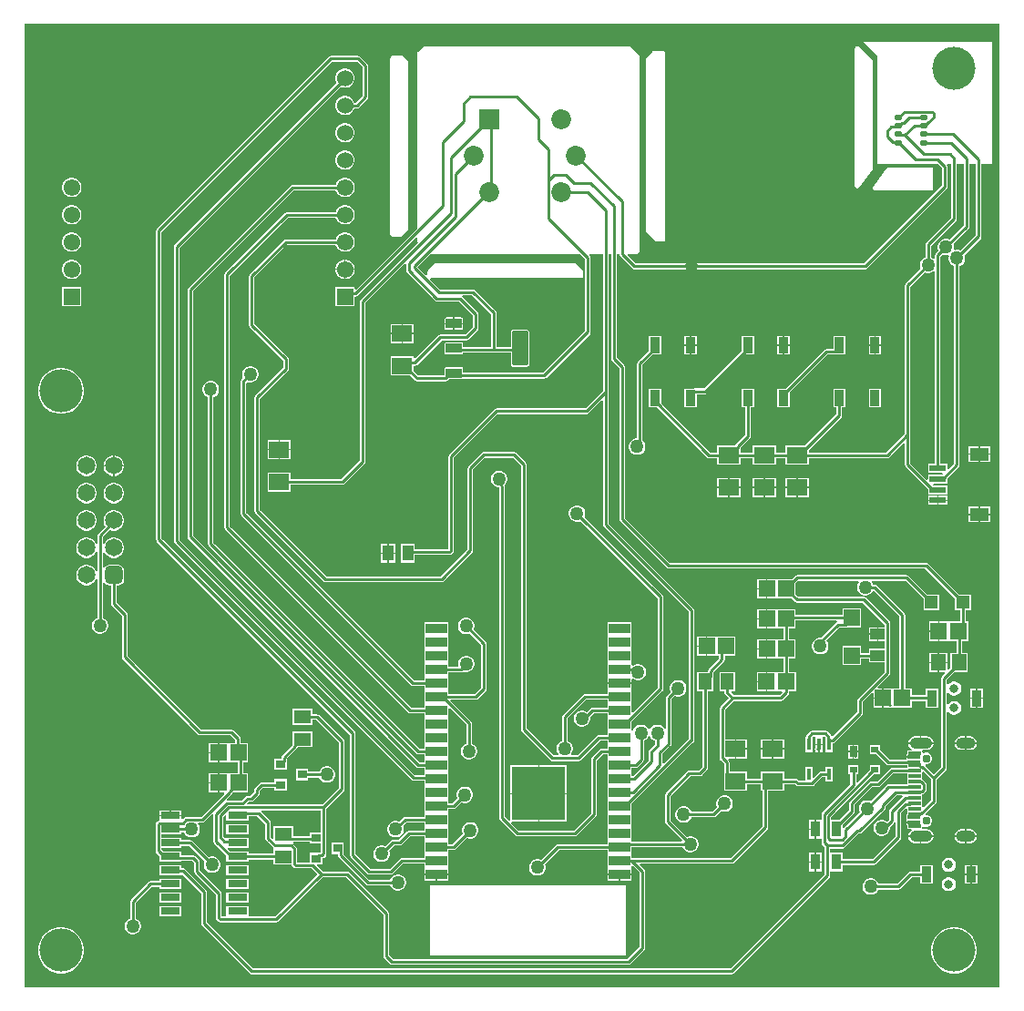
<source format=gbr>
%TF.GenerationSoftware,Altium Limited,Altium Designer,24.3.1 (35)*%
G04 Layer_Physical_Order=1*
G04 Layer_Color=255*
%FSLAX45Y45*%
%MOMM*%
%TF.SameCoordinates,335D41A4-EFD6-4B0F-B868-2B534B1C8AB3*%
%TF.FilePolarity,Positive*%
%TF.FileFunction,Copper,L1,Top,Signal*%
%TF.Part,Single*%
G01*
G75*
%TA.AperFunction,SMDPad,CuDef*%
%ADD10R,1.90620X1.50464*%
%ADD11R,0.95000X1.45000*%
%TA.AperFunction,ConnectorPad*%
%ADD12R,1.15000X0.30000*%
%TA.AperFunction,SMDPad,CuDef*%
G04:AMPARAMS|DCode=13|XSize=0.6858mm|YSize=0.5mm|CornerRadius=0.0625mm|HoleSize=0mm|Usage=FLASHONLY|Rotation=0.000|XOffset=0mm|YOffset=0mm|HoleType=Round|Shape=RoundedRectangle|*
%AMROUNDEDRECTD13*
21,1,0.68580,0.37500,0,0,0.0*
21,1,0.56080,0.50000,0,0,0.0*
1,1,0.12500,0.28040,-0.18750*
1,1,0.12500,-0.28040,-0.18750*
1,1,0.12500,-0.28040,0.18750*
1,1,0.12500,0.28040,0.18750*
%
%ADD13ROUNDEDRECTD13*%
G04:AMPARAMS|DCode=14|XSize=0.9mm|YSize=1.45mm|CornerRadius=0.0495mm|HoleSize=0mm|Usage=FLASHONLY|Rotation=90.000|XOffset=0mm|YOffset=0mm|HoleType=Round|Shape=RoundedRectangle|*
%AMROUNDEDRECTD14*
21,1,0.90000,1.35100,0,0,90.0*
21,1,0.80100,1.45000,0,0,90.0*
1,1,0.09900,0.67550,0.40050*
1,1,0.09900,0.67550,-0.40050*
1,1,0.09900,-0.67550,-0.40050*
1,1,0.09900,-0.67550,0.40050*
%
%ADD14ROUNDEDRECTD14*%
G04:AMPARAMS|DCode=15|XSize=3.15mm|YSize=1.45mm|CornerRadius=0.05075mm|HoleSize=0mm|Usage=FLASHONLY|Rotation=90.000|XOffset=0mm|YOffset=0mm|HoleType=Round|Shape=RoundedRectangle|*
%AMROUNDEDRECTD15*
21,1,3.15000,1.34850,0,0,90.0*
21,1,3.04850,1.45000,0,0,90.0*
1,1,0.10150,0.67425,1.52425*
1,1,0.10150,0.67425,-1.52425*
1,1,0.10150,-0.67425,-1.52425*
1,1,0.10150,-0.67425,1.52425*
%
%ADD15ROUNDEDRECTD15*%
%ADD16R,1.50000X1.55000*%
%ADD17R,1.50000X1.50000*%
%ADD18R,1.55000X1.55000*%
%ADD19R,1.25000X1.22000*%
%ADD20R,0.95000X1.50000*%
%ADD21R,0.90000X1.50000*%
%ADD22R,0.90000X0.80000*%
%ADD23R,1.35000X1.00000*%
%ADD24R,1.80000X0.64000*%
%ADD25R,1.40000X1.55000*%
%ADD26R,1.25000X1.55000*%
%ADD27R,1.55000X1.25000*%
%ADD28R,0.43180X1.13030*%
%ADD29R,1.05000X1.45000*%
%ADD30R,5.00000X5.00000*%
%ADD31R,2.00000X0.90000*%
%ADD32R,0.70000X1.00000*%
%ADD33R,0.70000X0.60000*%
%ADD34R,1.55000X0.60000*%
%ADD35R,1.80000X1.20000*%
%TA.AperFunction,Conductor*%
%ADD36C,0.25400*%
%ADD37C,0.12700*%
%TA.AperFunction,ComponentPad*%
%ADD38C,1.55000*%
%ADD39R,1.55000X1.55000*%
%TA.AperFunction,ViaPad*%
%ADD40C,1.52400*%
%ADD41C,4.00000*%
%TA.AperFunction,ComponentPad*%
%ADD42C,0.78000*%
%ADD43C,1.85000*%
%ADD44R,1.85000X1.85000*%
%ADD45C,1.65000*%
G04:AMPARAMS|DCode=46|XSize=1.65mm|YSize=1.65mm|CornerRadius=0.4125mm|HoleSize=0mm|Usage=FLASHONLY|Rotation=90.000|XOffset=0mm|YOffset=0mm|HoleType=Round|Shape=RoundedRectangle|*
%AMROUNDEDRECTD46*
21,1,1.65000,0.82500,0,0,90.0*
21,1,0.82500,1.65000,0,0,90.0*
1,1,0.82500,0.41250,0.41250*
1,1,0.82500,0.41250,-0.41250*
1,1,0.82500,-0.41250,-0.41250*
1,1,0.82500,-0.41250,0.41250*
%
%ADD46ROUNDEDRECTD46*%
%ADD47C,0.80000*%
G04:AMPARAMS|DCode=48|XSize=1mm|YSize=1.8mm|CornerRadius=0.5mm|HoleSize=0mm|Usage=FLASHONLY|Rotation=90.000|XOffset=0mm|YOffset=0mm|HoleType=Round|Shape=RoundedRectangle|*
%AMROUNDEDRECTD48*
21,1,1.00000,0.80000,0,0,90.0*
21,1,0.00000,1.80000,0,0,90.0*
1,1,1.00000,0.40000,0.00000*
1,1,1.00000,0.40000,0.00000*
1,1,1.00000,-0.40000,0.00000*
1,1,1.00000,-0.40000,0.00000*
%
%ADD48ROUNDEDRECTD48*%
G04:AMPARAMS|DCode=49|XSize=1mm|YSize=2.1mm|CornerRadius=0.5mm|HoleSize=0mm|Usage=FLASHONLY|Rotation=90.000|XOffset=0mm|YOffset=0mm|HoleType=Round|Shape=RoundedRectangle|*
%AMROUNDEDRECTD49*
21,1,1.00000,1.10000,0,0,90.0*
21,1,0.00000,2.10000,0,0,90.0*
1,1,1.00000,0.55000,0.00000*
1,1,1.00000,0.55000,0.00000*
1,1,1.00000,-0.55000,0.00000*
1,1,1.00000,-0.55000,0.00000*
%
%ADD49ROUNDEDRECTD49*%
%TA.AperFunction,ViaPad*%
%ADD50C,1.27000*%
G36*
X11625509Y2560391D02*
X2560391D01*
Y11511209D01*
X11625509D01*
Y2560391D01*
D02*
G37*
%LPC*%
G36*
X5663205Y11214598D02*
X5410200D01*
X5400289Y11212626D01*
X5391888Y11207012D01*
X3791688Y9606812D01*
X3786074Y9598411D01*
X3784102Y9588500D01*
Y6718300D01*
X3786074Y6708389D01*
X3791688Y6699988D01*
X5587502Y4904173D01*
Y3784600D01*
X5589474Y3774689D01*
X5595088Y3766288D01*
X5747488Y3613888D01*
X5755889Y3608274D01*
X5765800Y3606302D01*
X5964349D01*
X5974260Y3608274D01*
X5982661Y3613888D01*
X6076676Y3707902D01*
X6277198D01*
Y3677200D01*
X6277198Y3676100D01*
Y3664500D01*
X6277198Y3663400D01*
Y3613150D01*
X6389898D01*
X6502598D01*
Y3663400D01*
X6502599Y3664500D01*
Y3676100D01*
X6502598Y3677200D01*
Y3790400D01*
X6502599Y3791500D01*
Y3803100D01*
X6502598Y3804200D01*
Y3834902D01*
X6548120D01*
X6558031Y3836874D01*
X6566432Y3842488D01*
X6670497Y3946552D01*
X6673648Y3944733D01*
X6693028Y3939540D01*
X6713092D01*
X6732472Y3944733D01*
X6749848Y3954765D01*
X6764035Y3968952D01*
X6774067Y3986328D01*
X6779260Y4005708D01*
Y4025772D01*
X6774067Y4045152D01*
X6764035Y4062528D01*
X6749848Y4076715D01*
X6732472Y4086747D01*
X6713092Y4091940D01*
X6693028D01*
X6673648Y4086747D01*
X6656272Y4076715D01*
X6642085Y4062528D01*
X6632053Y4045152D01*
X6626860Y4025772D01*
Y4005708D01*
X6632053Y3986328D01*
X6633872Y3983177D01*
X6537393Y3886698D01*
X6502598D01*
Y3917400D01*
X6502599Y3918500D01*
Y3930100D01*
X6502598Y3931200D01*
Y4044400D01*
X6502599Y4045500D01*
Y4057100D01*
X6502598Y4058200D01*
Y4171400D01*
X6502599Y4172500D01*
Y4184100D01*
X6502598Y4185200D01*
Y4215902D01*
X6548120D01*
X6558031Y4217874D01*
X6566432Y4223488D01*
X6619697Y4276752D01*
X6622848Y4274933D01*
X6642228Y4269740D01*
X6662292D01*
X6681672Y4274933D01*
X6699048Y4284965D01*
X6713235Y4299152D01*
X6723267Y4316528D01*
X6728460Y4335908D01*
Y4355972D01*
X6723267Y4375352D01*
X6713235Y4392728D01*
X6699048Y4406915D01*
X6681672Y4416947D01*
X6662292Y4422140D01*
X6642228D01*
X6622848Y4416947D01*
X6605472Y4406915D01*
X6591285Y4392728D01*
X6581253Y4375352D01*
X6576060Y4355972D01*
Y4335908D01*
X6581253Y4316528D01*
X6583072Y4313377D01*
X6537393Y4267698D01*
X6502598D01*
Y4298400D01*
X6502599Y4299500D01*
Y4311100D01*
X6502598Y4312200D01*
Y4425400D01*
X6502599Y4426500D01*
Y4438100D01*
X6502598Y4439200D01*
Y4552400D01*
X6502599Y4553500D01*
Y4565100D01*
X6502598Y4566200D01*
Y4679400D01*
X6502599Y4680500D01*
Y4692100D01*
X6502598Y4693200D01*
Y4806400D01*
X6502599Y4807500D01*
Y4819100D01*
X6502598Y4820200D01*
Y4933400D01*
X6502599Y4934500D01*
Y4946100D01*
X6502598Y4947200D01*
Y5060400D01*
X6502599Y5061500D01*
Y5073100D01*
X6502598Y5074200D01*
Y5146882D01*
X6514332Y5151742D01*
X6667002Y4999071D01*
Y4821749D01*
X6663488Y4820807D01*
X6646112Y4810775D01*
X6631925Y4796588D01*
X6621893Y4779212D01*
X6616700Y4759832D01*
Y4739768D01*
X6621893Y4720388D01*
X6631925Y4703012D01*
X6646112Y4688825D01*
X6663488Y4678793D01*
X6682868Y4673600D01*
X6702932D01*
X6722312Y4678793D01*
X6739688Y4688825D01*
X6753875Y4703012D01*
X6763907Y4720388D01*
X6769100Y4739768D01*
Y4759832D01*
X6763907Y4779212D01*
X6753875Y4796588D01*
X6739688Y4810775D01*
X6722312Y4820807D01*
X6718798Y4821749D01*
Y5009798D01*
X6716826Y5019709D01*
X6711212Y5028111D01*
X6519154Y5220169D01*
X6524014Y5231902D01*
X6756400D01*
X6766311Y5233874D01*
X6774712Y5239488D01*
X6850912Y5315688D01*
X6856526Y5324089D01*
X6858498Y5334000D01*
Y5748020D01*
X6856526Y5757931D01*
X6850912Y5766332D01*
X6734148Y5883097D01*
X6735967Y5886248D01*
X6741160Y5905628D01*
Y5925692D01*
X6735967Y5945072D01*
X6725935Y5962448D01*
X6711748Y5976635D01*
X6694372Y5986667D01*
X6674992Y5991860D01*
X6654928D01*
X6635548Y5986667D01*
X6618172Y5976635D01*
X6603985Y5962448D01*
X6593953Y5945072D01*
X6588760Y5925692D01*
Y5905628D01*
X6593953Y5886248D01*
X6603985Y5868872D01*
X6618172Y5854685D01*
X6635548Y5844653D01*
X6654928Y5839460D01*
X6674992D01*
X6694372Y5844653D01*
X6697523Y5846472D01*
X6806702Y5737293D01*
Y5344727D01*
X6745673Y5283698D01*
X6502598D01*
Y5314400D01*
X6502599Y5315500D01*
Y5327100D01*
X6502598Y5328200D01*
Y5441400D01*
X6502599Y5442500D01*
Y5454100D01*
X6502598Y5455200D01*
Y5485902D01*
X6616700D01*
X6626611Y5487874D01*
X6634917Y5493424D01*
X6638088Y5491593D01*
X6657468Y5486400D01*
X6677532D01*
X6696912Y5491593D01*
X6714288Y5501625D01*
X6728475Y5515812D01*
X6738507Y5533188D01*
X6743700Y5552568D01*
Y5572632D01*
X6738507Y5592012D01*
X6728475Y5609388D01*
X6714288Y5623575D01*
X6696912Y5633607D01*
X6677532Y5638800D01*
X6657468D01*
X6638088Y5633607D01*
X6620712Y5623575D01*
X6606525Y5609388D01*
X6596493Y5592012D01*
X6591300Y5572632D01*
Y5552568D01*
X6592585Y5547773D01*
X6584853Y5537698D01*
X6502598D01*
Y5568400D01*
X6502599Y5569500D01*
Y5581100D01*
X6502598Y5582200D01*
Y5695400D01*
X6502599Y5696500D01*
Y5708100D01*
X6502598Y5709200D01*
Y5822400D01*
X6502599Y5823500D01*
Y5835100D01*
X6502598Y5836200D01*
Y5950500D01*
X6277198D01*
Y5836200D01*
X6277198Y5835100D01*
Y5823500D01*
X6277198Y5822400D01*
Y5709200D01*
X6277198Y5708100D01*
Y5696500D01*
X6277198Y5695400D01*
Y5582200D01*
X6277198Y5581100D01*
Y5569500D01*
X6277198Y5568400D01*
Y5455200D01*
X6277198Y5454100D01*
Y5442500D01*
X6277198Y5441400D01*
Y5410698D01*
X6182927D01*
X4623298Y6970327D01*
Y8174057D01*
X4625802Y8177095D01*
X4635061Y8183035D01*
X4650868Y8178800D01*
X4670932D01*
X4690312Y8183993D01*
X4707688Y8194025D01*
X4721875Y8208212D01*
X4731907Y8225588D01*
X4737100Y8244968D01*
Y8265032D01*
X4731907Y8284412D01*
X4721875Y8301788D01*
X4707688Y8315975D01*
X4690312Y8326007D01*
X4670932Y8331200D01*
X4650868D01*
X4631488Y8326007D01*
X4614112Y8315975D01*
X4599925Y8301788D01*
X4589893Y8284412D01*
X4584700Y8265032D01*
Y8244968D01*
X4589893Y8225588D01*
X4591712Y8222437D01*
X4579088Y8209812D01*
X4573474Y8201411D01*
X4571502Y8191500D01*
Y6959600D01*
X4573474Y6949689D01*
X4579088Y6941288D01*
X6153888Y5366488D01*
X6162289Y5360874D01*
X6172200Y5358902D01*
X6277198D01*
Y5328200D01*
X6277198Y5327100D01*
Y5315500D01*
X6277198Y5314400D01*
Y5201200D01*
X6277198Y5200101D01*
X6277198D01*
Y5188499D01*
X6277198D01*
Y5156698D01*
X6157527D01*
X4470898Y6843327D01*
Y9171373D01*
X5012627Y9713102D01*
X5453558D01*
X5455947Y9704184D01*
X5467822Y9683616D01*
X5484616Y9666822D01*
X5505184Y9654947D01*
X5528125Y9648800D01*
X5551875D01*
X5574816Y9654947D01*
X5595384Y9666822D01*
X5612178Y9683616D01*
X5624053Y9704184D01*
X5630200Y9727125D01*
Y9750875D01*
X5624053Y9773816D01*
X5612178Y9794384D01*
X5595384Y9811178D01*
X5574816Y9823053D01*
X5551875Y9829200D01*
X5528125D01*
X5505184Y9823053D01*
X5484616Y9811178D01*
X5467822Y9794384D01*
X5455947Y9773816D01*
X5453558Y9764898D01*
X5001900D01*
X4991990Y9762926D01*
X4983588Y9757312D01*
X4426688Y9200412D01*
X4421074Y9192011D01*
X4419102Y9182100D01*
Y6832600D01*
X4421074Y6822689D01*
X4426688Y6814288D01*
X6128488Y5112488D01*
X6136889Y5106874D01*
X6146800Y5104902D01*
X6277198D01*
Y5074200D01*
X6277198Y5073100D01*
Y5061500D01*
X6277198Y5060400D01*
Y4947200D01*
X6277198Y4946100D01*
Y4934500D01*
X6277198Y4933400D01*
Y4820200D01*
X6277198Y4819100D01*
Y4807500D01*
X6277198Y4806400D01*
Y4775698D01*
X6233727D01*
X4318498Y6690927D01*
Y8043351D01*
X4322012Y8044293D01*
X4339388Y8054325D01*
X4353575Y8068512D01*
X4363607Y8085888D01*
X4368800Y8105268D01*
Y8125332D01*
X4363607Y8144712D01*
X4353575Y8162088D01*
X4339388Y8176275D01*
X4322012Y8186307D01*
X4302632Y8191500D01*
X4282568D01*
X4263188Y8186307D01*
X4245812Y8176275D01*
X4231625Y8162088D01*
X4221593Y8144712D01*
X4216400Y8125332D01*
Y8105268D01*
X4221593Y8085888D01*
X4231625Y8068512D01*
X4245812Y8054325D01*
X4263188Y8044293D01*
X4266702Y8043351D01*
Y6680200D01*
X4268674Y6670289D01*
X4274288Y6661888D01*
X6204688Y4731488D01*
X6213089Y4725874D01*
X6223000Y4723902D01*
X6277198D01*
Y4693200D01*
X6277198Y4692100D01*
Y4680500D01*
X6277198Y4679400D01*
Y4648698D01*
X6233727D01*
X4127998Y6754427D01*
Y9031673D01*
X5063427Y9967102D01*
X5453558D01*
X5455947Y9958184D01*
X5467822Y9937616D01*
X5484616Y9920822D01*
X5505184Y9908947D01*
X5528125Y9902800D01*
X5551875D01*
X5574816Y9908947D01*
X5595384Y9920822D01*
X5612178Y9937616D01*
X5624053Y9958184D01*
X5630200Y9981125D01*
Y10004875D01*
X5624053Y10027816D01*
X5612178Y10048384D01*
X5595384Y10065178D01*
X5574816Y10077053D01*
X5551875Y10083200D01*
X5528125D01*
X5505184Y10077053D01*
X5484616Y10065178D01*
X5467822Y10048384D01*
X5455947Y10027816D01*
X5453558Y10018898D01*
X5052700D01*
X5042789Y10016926D01*
X5034387Y10011312D01*
X4083788Y9060713D01*
X4078174Y9052311D01*
X4076202Y9042400D01*
Y6743700D01*
X4078174Y6733790D01*
X4083788Y6725388D01*
X6204688Y4604488D01*
X6213090Y4598874D01*
X6223000Y4596902D01*
X6277198D01*
Y4566200D01*
X6277198Y4565100D01*
Y4553500D01*
X6277198Y4552400D01*
Y4528821D01*
X6188505D01*
X4000998Y6716327D01*
Y9432373D01*
X5498140Y10929515D01*
X5505686Y10925158D01*
X5528296Y10919100D01*
X5551704D01*
X5574314Y10925158D01*
X5594586Y10936862D01*
X5611138Y10953414D01*
X5622842Y10973686D01*
X5628900Y10996296D01*
Y11019704D01*
X5622842Y11042314D01*
X5611138Y11062586D01*
X5594586Y11079138D01*
X5574314Y11090842D01*
X5551704Y11096900D01*
X5528296D01*
X5505686Y11090842D01*
X5485414Y11079138D01*
X5468862Y11062586D01*
X5457159Y11042314D01*
X5451100Y11019704D01*
Y10996296D01*
X5457159Y10973686D01*
X5461515Y10966140D01*
X3956788Y9461412D01*
X3951174Y9453011D01*
X3949202Y9443100D01*
Y6705600D01*
X3951174Y6695690D01*
X3956788Y6687288D01*
X6159465Y4484611D01*
X6167867Y4478997D01*
X6177777Y4477025D01*
X6277198D01*
Y4439200D01*
X6277198Y4438100D01*
Y4426500D01*
X6277198Y4425400D01*
Y4312200D01*
X6277198Y4311100D01*
Y4299500D01*
X6277198Y4298400D01*
Y4185200D01*
X6277198Y4184100D01*
Y4172500D01*
X6277198Y4171400D01*
Y4140698D01*
X6098540D01*
X6088629Y4138726D01*
X6080228Y4133112D01*
X6042203Y4095088D01*
X6039052Y4096907D01*
X6019672Y4102100D01*
X5999608D01*
X5980228Y4096907D01*
X5962852Y4086875D01*
X5948665Y4072688D01*
X5938633Y4055312D01*
X5933440Y4035932D01*
Y4015868D01*
X5938633Y3996488D01*
X5948665Y3979112D01*
X5962852Y3964925D01*
X5980228Y3954893D01*
X5999608Y3949700D01*
X6019672D01*
X6039052Y3954893D01*
X6056428Y3964925D01*
X6070615Y3979112D01*
X6080647Y3996488D01*
X6085840Y4015868D01*
Y4035932D01*
X6080647Y4055312D01*
X6078828Y4058463D01*
X6109267Y4088902D01*
X6277198D01*
Y4058200D01*
X6277198Y4057100D01*
Y4045500D01*
X6277198Y4044400D01*
Y4013698D01*
X6134100D01*
X6124189Y4011726D01*
X6115788Y4006112D01*
X6037843Y3928168D01*
X5985070D01*
X5975160Y3926197D01*
X5966758Y3920583D01*
X5912663Y3866488D01*
X5909512Y3868307D01*
X5890132Y3873500D01*
X5870068D01*
X5850688Y3868307D01*
X5833312Y3858275D01*
X5819125Y3844088D01*
X5809093Y3826712D01*
X5803900Y3807332D01*
Y3787268D01*
X5809093Y3767888D01*
X5819125Y3750512D01*
X5833312Y3736325D01*
X5850688Y3726293D01*
X5870068Y3721100D01*
X5890132D01*
X5909512Y3726293D01*
X5926888Y3736325D01*
X5941075Y3750512D01*
X5951107Y3767888D01*
X5956300Y3787268D01*
Y3807332D01*
X5951107Y3826712D01*
X5949288Y3829863D01*
X5995798Y3876373D01*
X6048570D01*
X6058481Y3878344D01*
X6066883Y3883958D01*
X6144827Y3961902D01*
X6277198D01*
Y3931200D01*
X6277198Y3930100D01*
Y3918500D01*
X6277198Y3917400D01*
Y3804200D01*
X6277198Y3803100D01*
Y3791500D01*
X6277198Y3790400D01*
Y3759698D01*
X6065949D01*
X6056038Y3757726D01*
X6047637Y3752112D01*
X5953622Y3658098D01*
X5776527D01*
X5639298Y3795327D01*
Y4914900D01*
X5637326Y4924811D01*
X5631712Y4933212D01*
X3835898Y6729027D01*
Y9577773D01*
X5420927Y11162802D01*
X5652478D01*
X5701802Y11113478D01*
Y10843827D01*
X5637873Y10779898D01*
X5625097D01*
X5622842Y10788314D01*
X5611138Y10808586D01*
X5594586Y10825138D01*
X5574314Y10836842D01*
X5551704Y10842900D01*
X5528296D01*
X5505686Y10836842D01*
X5485414Y10825138D01*
X5468862Y10808586D01*
X5457159Y10788314D01*
X5451100Y10765704D01*
Y10742296D01*
X5457159Y10719686D01*
X5468862Y10699414D01*
X5485414Y10682862D01*
X5505686Y10671158D01*
X5528296Y10665100D01*
X5551704D01*
X5574314Y10671158D01*
X5594586Y10682862D01*
X5611138Y10699414D01*
X5622842Y10719686D01*
X5625097Y10728102D01*
X5648600D01*
X5658511Y10730074D01*
X5666912Y10735688D01*
X5746012Y10814788D01*
X5751626Y10823189D01*
X5753598Y10833100D01*
Y11124205D01*
X5751626Y11134116D01*
X5746012Y11142517D01*
X5681517Y11207012D01*
X5673116Y11212626D01*
X5663205Y11214598D01*
D02*
G37*
G36*
X5551704Y10588900D02*
X5528296D01*
X5505686Y10582842D01*
X5485414Y10571138D01*
X5468862Y10554586D01*
X5457159Y10534314D01*
X5451100Y10511704D01*
Y10488296D01*
X5457159Y10465686D01*
X5468862Y10445414D01*
X5485414Y10428862D01*
X5505686Y10417158D01*
X5528296Y10411100D01*
X5551704D01*
X5574314Y10417158D01*
X5594586Y10428862D01*
X5611138Y10445414D01*
X5622842Y10465686D01*
X5628900Y10488296D01*
Y10511704D01*
X5622842Y10534314D01*
X5611138Y10554586D01*
X5594586Y10571138D01*
X5574314Y10582842D01*
X5551704Y10588900D01*
D02*
G37*
G36*
X10985500Y10180392D02*
X10591800D01*
X10590141Y10180062D01*
X10588448Y10180115D01*
X10586274Y10179293D01*
X10583996Y10178840D01*
X10582589Y10177899D01*
X10581005Y10177300D01*
X10579312Y10175710D01*
X10577381Y10174419D01*
X10576440Y10173012D01*
X10575206Y10171853D01*
X10448206Y9994053D01*
X10447251Y9991935D01*
X10445960Y9990004D01*
X10445630Y9988343D01*
X10444934Y9986800D01*
X10444861Y9984478D01*
X10444408Y9982200D01*
X10444738Y9980540D01*
X10444685Y9978847D01*
X10445507Y9976674D01*
X10445960Y9974396D01*
X10446901Y9972989D01*
X10447500Y9971405D01*
X10449090Y9969712D01*
X10450381Y9967781D01*
X10451788Y9966840D01*
X10452947Y9965606D01*
X10455065Y9964651D01*
X10456996Y9963360D01*
X10458657Y9963030D01*
X10460200Y9962334D01*
X10462522Y9962261D01*
X10464800Y9961808D01*
X10985500D01*
X10993304Y9963360D01*
X10999919Y9967781D01*
X11004340Y9974396D01*
X11005892Y9982200D01*
Y10160000D01*
X11004340Y10167804D01*
X10999919Y10174419D01*
X10993304Y10178840D01*
X10985500Y10180392D01*
D02*
G37*
G36*
X5551704Y10334900D02*
X5528296D01*
X5505686Y10328842D01*
X5485414Y10317138D01*
X5468862Y10300586D01*
X5457159Y10280314D01*
X5451100Y10257704D01*
Y10234296D01*
X5457159Y10211686D01*
X5468862Y10191414D01*
X5485414Y10174862D01*
X5505686Y10163158D01*
X5528296Y10157100D01*
X5551704D01*
X5574314Y10163158D01*
X5594586Y10174862D01*
X5611138Y10191414D01*
X5622842Y10211686D01*
X5628900Y10234296D01*
Y10257704D01*
X5622842Y10280314D01*
X5611138Y10300586D01*
X5594586Y10317138D01*
X5574314Y10328842D01*
X5551704Y10334900D01*
D02*
G37*
G36*
X10299700Y11308144D02*
X10291896Y11306592D01*
X10285281Y11302171D01*
X10280860Y11295556D01*
X10279308Y11287752D01*
Y10004682D01*
X10279599Y10003219D01*
X10279523Y10001728D01*
X10280369Y9999351D01*
X10280860Y9996878D01*
X10281689Y9995638D01*
X10282189Y9994231D01*
X10283880Y9992360D01*
X10285281Y9990263D01*
X10286522Y9989433D01*
X10287522Y9988326D01*
X10289799Y9987243D01*
X10291896Y9985842D01*
X10293360Y9985551D01*
X10294708Y9984911D01*
X10297227Y9984782D01*
X10299700Y9984290D01*
X10301163Y9984581D01*
X10302654Y9984505D01*
X10305031Y9985351D01*
X10307504Y9985842D01*
X10308744Y9986671D01*
X10310151Y9987172D01*
X10312022Y9988862D01*
X10314119Y9990263D01*
X10314949Y9991504D01*
X10316056Y9992504D01*
X10443056Y10163070D01*
X10444139Y10165347D01*
X10445540Y10167444D01*
X10445831Y10168908D01*
X10446471Y10170256D01*
X10446600Y10172775D01*
X10447092Y10175248D01*
Y11160751D01*
X10447092Y11160752D01*
X10445540Y11168556D01*
X10441119Y11175171D01*
X10441119Y11175172D01*
X10314119Y11302171D01*
X10307504Y11306592D01*
X10299700Y11308144D01*
D02*
G37*
G36*
X3011875Y10083200D02*
X2988125D01*
X2965184Y10077053D01*
X2944616Y10065178D01*
X2927822Y10048384D01*
X2915947Y10027816D01*
X2909800Y10004875D01*
Y9981125D01*
X2915947Y9958184D01*
X2927822Y9937616D01*
X2944616Y9920822D01*
X2965184Y9908947D01*
X2988125Y9902800D01*
X3011875D01*
X3034816Y9908947D01*
X3055384Y9920822D01*
X3072178Y9937616D01*
X3084053Y9958184D01*
X3090200Y9981125D01*
Y10004875D01*
X3084053Y10027816D01*
X3072178Y10048384D01*
X3055384Y10065178D01*
X3034816Y10077053D01*
X3011875Y10083200D01*
D02*
G37*
G36*
Y9829200D02*
X2988125D01*
X2965184Y9823053D01*
X2944616Y9811178D01*
X2927822Y9794384D01*
X2915947Y9773816D01*
X2909800Y9750875D01*
Y9727125D01*
X2915947Y9704184D01*
X2927822Y9683616D01*
X2944616Y9666822D01*
X2965184Y9654947D01*
X2988125Y9648800D01*
X3011875D01*
X3034816Y9654947D01*
X3055384Y9666822D01*
X3072178Y9683616D01*
X3084053Y9704184D01*
X3090200Y9727125D01*
Y9750875D01*
X3084053Y9773816D01*
X3072178Y9794384D01*
X3055384Y9811178D01*
X3034816Y9823053D01*
X3011875Y9829200D01*
D02*
G37*
G36*
X6070600Y11215442D02*
X5981700D01*
X5973896Y11213890D01*
X5967281Y11209469D01*
X5962860Y11202854D01*
X5961308Y11195050D01*
Y9556750D01*
X5962860Y9548946D01*
X5967281Y9542331D01*
X5973896Y9537910D01*
X5981700Y9536358D01*
X6057899D01*
X6057900Y9536358D01*
X6065704Y9537910D01*
X6072319Y9542331D01*
X6072320Y9542331D01*
X6085019Y9555031D01*
X6123119Y9593131D01*
X6127540Y9599746D01*
X6129092Y9607550D01*
Y11156950D01*
X6127540Y11164754D01*
X6123119Y11171369D01*
X6085019Y11209469D01*
X6078404Y11213890D01*
X6070600Y11215442D01*
D02*
G37*
G36*
X8407400Y11259892D02*
X8399596Y11258340D01*
X8392981Y11253919D01*
X8392980Y11253919D01*
X8342181Y11203119D01*
X8337760Y11196504D01*
X8336208Y11188700D01*
Y9588500D01*
X8337760Y9580696D01*
X8342181Y9574081D01*
X8418381Y9497881D01*
X8424996Y9493460D01*
X8432800Y9491908D01*
X8496300D01*
X8504104Y9493460D01*
X8510719Y9497881D01*
X8515140Y9504496D01*
X8516692Y9512300D01*
Y11239500D01*
X8515140Y11247304D01*
X8510719Y11253919D01*
X8504104Y11258340D01*
X8496300Y11259892D01*
X8407401D01*
X8407400Y11259892D01*
D02*
G37*
G36*
X3011875Y9575200D02*
X2988125D01*
X2965184Y9569053D01*
X2944616Y9557178D01*
X2927822Y9540384D01*
X2915947Y9519816D01*
X2909800Y9496875D01*
Y9473125D01*
X2915947Y9450184D01*
X2927822Y9429616D01*
X2944616Y9412822D01*
X2965184Y9400947D01*
X2988125Y9394800D01*
X3011875D01*
X3034816Y9400947D01*
X3055384Y9412822D01*
X3072178Y9429616D01*
X3084053Y9450184D01*
X3090200Y9473125D01*
Y9496875D01*
X3084053Y9519816D01*
X3072178Y9540384D01*
X3055384Y9557178D01*
X3034816Y9569053D01*
X3011875Y9575200D01*
D02*
G37*
G36*
X11557000Y11341100D02*
X10363200D01*
X10490200Y11214100D01*
Y10210800D01*
X11049978D01*
X11086602Y10174175D01*
Y10007806D01*
X10362994Y9284198D01*
X8240327D01*
X8163658Y9360867D01*
X8168519Y9372600D01*
X8255000D01*
X8280400Y9398000D01*
Y11214100D01*
X8191500Y11303000D01*
X6273800D01*
X6223000Y11252200D01*
X6210300D01*
Y9612425D01*
X5641933Y9044058D01*
X5630200Y9048918D01*
Y9067200D01*
X5449800D01*
Y8886800D01*
X5630200D01*
Y8978402D01*
X5638800D01*
X5648711Y8980374D01*
X5657112Y8985988D01*
X6198567Y9527442D01*
X6210300Y9522582D01*
Y9486900D01*
X6217388Y9479812D01*
X5683988Y8946412D01*
X5678374Y8938011D01*
X5676402Y8928100D01*
Y7452927D01*
X5503394Y7279919D01*
X5035610D01*
Y7341953D01*
X4819590D01*
Y7166090D01*
X5035610D01*
Y7228124D01*
X5514122D01*
X5524032Y7230095D01*
X5532434Y7235709D01*
X5720612Y7423888D01*
X5726226Y7432289D01*
X5728198Y7442200D01*
Y8917373D01*
X6095955Y9285130D01*
X6096898Y9285020D01*
X6108202Y9279417D01*
Y9220200D01*
X6110174Y9210290D01*
X6115788Y9201888D01*
X6374977Y8942698D01*
X6383379Y8937084D01*
X6393290Y8935113D01*
X6598462D01*
X6730502Y8803073D01*
Y8697527D01*
X6656773Y8623798D01*
X6426200D01*
X6416289Y8621826D01*
X6407888Y8616212D01*
X6190343Y8398668D01*
X6178610Y8403528D01*
Y8421453D01*
X5962590D01*
Y8245590D01*
X6141985D01*
X6188988Y8198588D01*
X6197389Y8192974D01*
X6207300Y8191002D01*
X6475823D01*
X6485734Y8192974D01*
X6494136Y8198588D01*
X6503801Y8208252D01*
X6618053D01*
X6624939Y8209622D01*
X6630777Y8213523D01*
X6632701Y8216402D01*
X7391400D01*
X7401311Y8218374D01*
X7409712Y8223988D01*
X7816112Y8630388D01*
X7821726Y8638789D01*
X7823698Y8648700D01*
Y9334500D01*
X7821726Y9344411D01*
X7816112Y9352812D01*
X7808058Y9360867D01*
X7812918Y9372600D01*
X7937002D01*
Y8100627D01*
X7774373Y7937998D01*
X6946900D01*
X6936989Y7936026D01*
X6928588Y7930412D01*
X6509488Y7511312D01*
X6503874Y7502911D01*
X6501902Y7493000D01*
Y6629898D01*
X6190202D01*
Y6676500D01*
X6059802D01*
Y6506100D01*
X6190202D01*
Y6578102D01*
X6512921D01*
X6522832Y6580074D01*
X6531233Y6585688D01*
X6546112Y6600567D01*
X6551726Y6608968D01*
X6553698Y6618879D01*
Y7482273D01*
X6957627Y7886202D01*
X7785100D01*
X7795011Y7888174D01*
X7803412Y7893788D01*
X7925269Y8015644D01*
X7937002Y8010784D01*
Y6858000D01*
X7938974Y6848089D01*
X7944588Y6839688D01*
X8734923Y6049352D01*
Y4868448D01*
X8503451Y4636976D01*
X8491718Y4641836D01*
Y4728913D01*
X8565412Y4802608D01*
X8571026Y4811009D01*
X8572998Y4820920D01*
Y5236913D01*
X8603437Y5267352D01*
X8606588Y5265533D01*
X8625968Y5260340D01*
X8646032D01*
X8665412Y5265533D01*
X8682788Y5275565D01*
X8696975Y5289752D01*
X8707007Y5307128D01*
X8712200Y5326508D01*
Y5346572D01*
X8707007Y5365952D01*
X8696975Y5383328D01*
X8682788Y5397515D01*
X8665412Y5407547D01*
X8646032Y5412740D01*
X8625968D01*
X8606588Y5407547D01*
X8589212Y5397515D01*
X8575025Y5383328D01*
X8564993Y5365952D01*
X8559800Y5346572D01*
Y5326508D01*
X8564993Y5307128D01*
X8566812Y5303977D01*
X8528788Y5265952D01*
X8523174Y5257551D01*
X8521202Y5247640D01*
Y4964801D01*
X8508502Y4961398D01*
X8503935Y4969308D01*
X8489748Y4983495D01*
X8472372Y4993527D01*
X8452992Y4998720D01*
X8432928D01*
X8413548Y4993527D01*
X8396172Y4983495D01*
X8381985Y4969308D01*
X8373840Y4955200D01*
X8369242Y4953976D01*
X8364278D01*
X8359680Y4955200D01*
X8351535Y4969308D01*
X8337348Y4983495D01*
X8319972Y4993527D01*
X8300592Y4998720D01*
X8280528D01*
X8261148Y4993527D01*
X8243772Y4983495D01*
X8229585Y4969308D01*
X8219553Y4951932D01*
X8218096Y4946494D01*
X8203876Y4942495D01*
X8203687Y4942675D01*
X8202600Y4947200D01*
Y5024875D01*
X8489212Y5311488D01*
X8494826Y5319890D01*
X8496798Y5329800D01*
Y6184900D01*
X8494826Y6194811D01*
X8489212Y6203212D01*
X7765388Y6927037D01*
X7767207Y6930188D01*
X7772400Y6949568D01*
Y6969632D01*
X7767207Y6989012D01*
X7757175Y7006388D01*
X7742988Y7020575D01*
X7725612Y7030607D01*
X7706232Y7035800D01*
X7686168D01*
X7666788Y7030607D01*
X7649412Y7020575D01*
X7635225Y7006388D01*
X7625193Y6989012D01*
X7620000Y6969632D01*
Y6949568D01*
X7625193Y6930188D01*
X7635225Y6912812D01*
X7649412Y6898625D01*
X7666788Y6888593D01*
X7686168Y6883400D01*
X7706232D01*
X7725612Y6888593D01*
X7728763Y6890412D01*
X8445002Y6174173D01*
Y5340527D01*
X8214333Y5109858D01*
X8202600Y5114718D01*
Y5187400D01*
X8202600Y5188500D01*
Y5200100D01*
X8202600Y5201200D01*
Y5314400D01*
X8202600Y5315500D01*
Y5327100D01*
X8202600Y5328200D01*
Y5378450D01*
X8089900D01*
X7977200D01*
Y5328200D01*
X7977200Y5327100D01*
Y5315500D01*
X7977200Y5314400D01*
Y5283698D01*
X7767320D01*
X7757409Y5281726D01*
X7749008Y5276112D01*
X7563588Y5090692D01*
X7557974Y5082291D01*
X7556002Y5072380D01*
Y4847149D01*
X7552488Y4846207D01*
X7535112Y4836175D01*
X7520925Y4821988D01*
X7510893Y4804612D01*
X7505700Y4785232D01*
Y4765168D01*
X7510893Y4745788D01*
X7520925Y4728412D01*
X7524439Y4724898D01*
X7519179Y4712198D01*
X7478327D01*
X7226798Y4963727D01*
Y7416800D01*
X7224826Y7426711D01*
X7219212Y7435112D01*
X7130312Y7524012D01*
X7121911Y7529626D01*
X7112000Y7531598D01*
X6840642D01*
X6840332Y7531805D01*
X6830421Y7533777D01*
X6820510Y7531805D01*
X6812109Y7526191D01*
X6687288Y7401371D01*
X6681674Y7392969D01*
X6679702Y7383058D01*
Y6627427D01*
X6428173Y6375898D01*
X5370127D01*
X4750298Y6995727D01*
Y8028373D01*
X5009412Y8287488D01*
X5015026Y8295889D01*
X5016998Y8305800D01*
Y8394700D01*
X5015026Y8404611D01*
X5009412Y8413012D01*
X4699498Y8722927D01*
Y9158673D01*
X4999927Y9459102D01*
X5453558D01*
X5455947Y9450184D01*
X5467822Y9429616D01*
X5484616Y9412822D01*
X5505184Y9400947D01*
X5528125Y9394800D01*
X5551875D01*
X5574816Y9400947D01*
X5595384Y9412822D01*
X5612178Y9429616D01*
X5624053Y9450184D01*
X5630200Y9473125D01*
Y9496875D01*
X5624053Y9519816D01*
X5612178Y9540384D01*
X5595384Y9557178D01*
X5574816Y9569053D01*
X5551875Y9575200D01*
X5528125D01*
X5505184Y9569053D01*
X5484616Y9557178D01*
X5467822Y9540384D01*
X5455947Y9519816D01*
X5453558Y9510898D01*
X4989200D01*
X4979290Y9508926D01*
X4970888Y9503312D01*
X4655288Y9187712D01*
X4649674Y9179311D01*
X4647702Y9169400D01*
Y8712200D01*
X4649674Y8702289D01*
X4655288Y8693888D01*
X4965202Y8383973D01*
Y8316527D01*
X4706088Y8057412D01*
X4700474Y8049011D01*
X4698502Y8039100D01*
Y6985000D01*
X4700474Y6975089D01*
X4706088Y6966688D01*
X5341088Y6331688D01*
X5349489Y6326074D01*
X5359400Y6324102D01*
X6438900D01*
X6448811Y6326074D01*
X6457212Y6331688D01*
X6723912Y6598388D01*
X6729526Y6606789D01*
X6731498Y6616700D01*
Y7372331D01*
X6838969Y7479802D01*
X7101273D01*
X7175002Y7406073D01*
Y4953000D01*
X7176974Y4943089D01*
X7182588Y4934688D01*
X7449288Y4667988D01*
X7457689Y4662374D01*
X7467600Y4660402D01*
X7708900D01*
X7718811Y4662374D01*
X7727212Y4667988D01*
X7910127Y4850902D01*
X7977200D01*
Y4820200D01*
X7977200Y4819100D01*
Y4807500D01*
X7977200Y4806400D01*
Y4775698D01*
X7924800D01*
X7914889Y4773726D01*
X7906488Y4768112D01*
X7835368Y4696992D01*
X7829754Y4688591D01*
X7827782Y4678680D01*
Y4176327D01*
X7665153Y4013698D01*
X7153207D01*
X7085504Y4081401D01*
X7090764Y4094101D01*
X7333549D01*
Y4350451D01*
X7077199D01*
Y4107666D01*
X7064499Y4102406D01*
X7023598Y4143307D01*
Y7216501D01*
X7022069Y7224186D01*
X7033275Y7235392D01*
X7043307Y7252768D01*
X7048500Y7272148D01*
Y7292212D01*
X7043307Y7311592D01*
X7033275Y7328968D01*
X7019088Y7343155D01*
X7001712Y7353187D01*
X6982332Y7358380D01*
X6962268D01*
X6942888Y7353187D01*
X6925512Y7343155D01*
X6911325Y7328968D01*
X6901293Y7311592D01*
X6896100Y7292212D01*
Y7272148D01*
X6901293Y7252768D01*
X6911325Y7235392D01*
X6925512Y7221205D01*
X6942888Y7211173D01*
X6962268Y7205980D01*
X6971802D01*
Y4132580D01*
X6973774Y4122669D01*
X6979388Y4114268D01*
X7124168Y3969488D01*
X7132569Y3963874D01*
X7142480Y3961902D01*
X7675880D01*
X7685791Y3963874D01*
X7694192Y3969488D01*
X7871992Y4147288D01*
X7877606Y4155689D01*
X7879578Y4165600D01*
Y4667953D01*
X7935527Y4723902D01*
X7977200D01*
Y4693200D01*
X7977200Y4692100D01*
Y4680500D01*
X7977200Y4679400D01*
Y4565101D01*
X7977199D01*
Y4553499D01*
X7977200D01*
Y4439200D01*
X7977200Y4438100D01*
Y4426500D01*
X7977200Y4425400D01*
Y4311101D01*
X7977199D01*
Y4299499D01*
X7977200D01*
Y4185200D01*
X7977200Y4184100D01*
Y4172500D01*
X7977200Y4171400D01*
Y4058200D01*
X7977200Y4057100D01*
Y4045500D01*
X7977200Y4044400D01*
Y3931200D01*
X7977200Y3930100D01*
Y3918500D01*
X7977200Y3917400D01*
Y3886698D01*
X7518400D01*
X7508489Y3884726D01*
X7500088Y3879112D01*
X7360463Y3739488D01*
X7357312Y3741307D01*
X7337932Y3746500D01*
X7317868D01*
X7298488Y3741307D01*
X7281112Y3731275D01*
X7266925Y3717088D01*
X7256893Y3699712D01*
X7251700Y3680332D01*
Y3660268D01*
X7256893Y3640888D01*
X7266925Y3623512D01*
X7281112Y3609325D01*
X7298488Y3599293D01*
X7317868Y3594100D01*
X7337932D01*
X7357312Y3599293D01*
X7374688Y3609325D01*
X7388875Y3623512D01*
X7398907Y3640888D01*
X7404100Y3660268D01*
Y3680332D01*
X7398907Y3699712D01*
X7397088Y3702863D01*
X7529127Y3834902D01*
X7977200D01*
Y3804200D01*
X7977200Y3803100D01*
Y3791500D01*
X7977200Y3790400D01*
Y3677200D01*
X7977200Y3676100D01*
Y3664500D01*
X7977200Y3663400D01*
Y3613150D01*
X8089900D01*
X8202600D01*
Y3663400D01*
X8202600Y3664500D01*
Y3676100D01*
X8202600Y3677200D01*
Y3682182D01*
X8214333Y3687042D01*
X8279902Y3621473D01*
Y2933906D01*
X8165894Y2819898D01*
X5987347D01*
X5951718Y2855527D01*
Y3243580D01*
X5949746Y3253491D01*
X5944132Y3261892D01*
X5580912Y3625112D01*
X5572511Y3630726D01*
X5562600Y3632698D01*
X5332027D01*
X5276059Y3688666D01*
X5280919Y3700399D01*
X5329800D01*
Y3755368D01*
X5335353Y3756473D01*
X5343755Y3762087D01*
X5360813Y3779145D01*
X5366427Y3787547D01*
X5368398Y3797457D01*
Y3993622D01*
X5366427Y4003533D01*
X5366219Y4003844D01*
Y4218373D01*
X5530112Y4382266D01*
X5535726Y4390668D01*
X5537698Y4400579D01*
Y4838700D01*
X5535726Y4848611D01*
X5530112Y4857013D01*
X5300612Y5086513D01*
X5292211Y5092126D01*
X5282300Y5094098D01*
X5233700D01*
Y5143400D01*
X5053300D01*
Y4993000D01*
X5233700D01*
Y5042303D01*
X5271573D01*
X5485902Y4827973D01*
Y4411306D01*
X5329594Y4254998D01*
X4631015D01*
X4626155Y4266731D01*
X4643651Y4284227D01*
X4666761D01*
X4676671Y4286198D01*
X4685073Y4291812D01*
X4737086Y4343825D01*
X4742700Y4352227D01*
X4744671Y4362137D01*
Y4385247D01*
X4772425Y4413001D01*
X4884200D01*
Y4386199D01*
X4999600D01*
Y4491599D01*
X4884200D01*
Y4464797D01*
X4761698D01*
X4751788Y4462825D01*
X4743386Y4457211D01*
X4700461Y4414287D01*
X4694847Y4405885D01*
X4692876Y4395974D01*
Y4372865D01*
X4656034Y4336022D01*
X4632924D01*
X4623013Y4334051D01*
X4614612Y4328437D01*
X4579272Y4293098D01*
X4446102D01*
X4440692Y4303492D01*
X4440435Y4305391D01*
X4486411Y4351367D01*
X4492025Y4359769D01*
X4492802Y4363675D01*
X4496627Y4367500D01*
X4640402D01*
Y4547900D01*
X4597898D01*
Y4646900D01*
X4640402D01*
Y4827300D01*
X4572498D01*
Y4864100D01*
X4570526Y4874011D01*
X4564912Y4882412D01*
X4501412Y4945912D01*
X4493011Y4951526D01*
X4483100Y4953498D01*
X4201727D01*
X3518398Y5636827D01*
Y6023603D01*
X3516426Y6033514D01*
X3510812Y6041916D01*
X3416798Y6135931D01*
Y6291843D01*
X3432150D01*
X3453200Y6296030D01*
X3471046Y6307954D01*
X3482970Y6325800D01*
X3487157Y6346850D01*
Y6429350D01*
X3482970Y6450400D01*
X3471046Y6468246D01*
X3453200Y6480170D01*
X3432150Y6484357D01*
X3349650D01*
X3328600Y6480170D01*
X3310754Y6468246D01*
X3302498Y6455889D01*
X3289798Y6459741D01*
Y6602526D01*
X3302188Y6605354D01*
X3314721Y6583646D01*
X3332446Y6565921D01*
X3354154Y6553388D01*
X3378367Y6546900D01*
X3403433D01*
X3427646Y6553388D01*
X3449354Y6565921D01*
X3467079Y6583646D01*
X3479612Y6605354D01*
X3486100Y6629567D01*
Y6654633D01*
X3479612Y6678846D01*
X3467079Y6700554D01*
X3449354Y6718279D01*
X3427646Y6730812D01*
X3403433Y6737300D01*
X3378367D01*
X3354154Y6730812D01*
X3332446Y6718279D01*
X3314721Y6700554D01*
X3302188Y6678846D01*
X3289798Y6681674D01*
Y6745673D01*
X3352479Y6808355D01*
X3354154Y6807388D01*
X3378367Y6800900D01*
X3403433D01*
X3427646Y6807388D01*
X3449354Y6819921D01*
X3467079Y6837646D01*
X3479612Y6859354D01*
X3486100Y6883567D01*
Y6908633D01*
X3479612Y6932846D01*
X3467079Y6954554D01*
X3449354Y6972279D01*
X3427646Y6984812D01*
X3403433Y6991300D01*
X3378367D01*
X3354154Y6984812D01*
X3332446Y6972279D01*
X3314721Y6954554D01*
X3302188Y6932846D01*
X3295700Y6908633D01*
Y6883567D01*
X3302188Y6859354D01*
X3312452Y6841577D01*
X3245588Y6774712D01*
X3239974Y6766311D01*
X3238002Y6756400D01*
Y6681674D01*
X3225612Y6678846D01*
X3213079Y6700554D01*
X3195354Y6718279D01*
X3173646Y6730812D01*
X3149433Y6737300D01*
X3124367D01*
X3100154Y6730812D01*
X3078446Y6718279D01*
X3060721Y6700554D01*
X3048188Y6678846D01*
X3041700Y6654633D01*
Y6629567D01*
X3048188Y6605354D01*
X3060721Y6583646D01*
X3078446Y6565921D01*
X3100154Y6553388D01*
X3124367Y6546900D01*
X3149433D01*
X3173646Y6553388D01*
X3195354Y6565921D01*
X3213079Y6583646D01*
X3225612Y6605354D01*
X3238002Y6602526D01*
Y6427674D01*
X3225612Y6424846D01*
X3213079Y6446554D01*
X3195354Y6464279D01*
X3173646Y6476812D01*
X3149433Y6483300D01*
X3124367D01*
X3100154Y6476812D01*
X3078446Y6464279D01*
X3060721Y6446554D01*
X3048188Y6424846D01*
X3041700Y6400633D01*
Y6375567D01*
X3048188Y6351354D01*
X3060721Y6329646D01*
X3078446Y6311921D01*
X3100154Y6299388D01*
X3124367Y6292900D01*
X3149433D01*
X3173646Y6299388D01*
X3195354Y6311921D01*
X3213079Y6329646D01*
X3225612Y6351354D01*
X3238002Y6348526D01*
Y5990149D01*
X3234488Y5989207D01*
X3217112Y5979175D01*
X3202925Y5964988D01*
X3192893Y5947612D01*
X3187700Y5928232D01*
Y5908168D01*
X3192893Y5888788D01*
X3202925Y5871412D01*
X3217112Y5857225D01*
X3234488Y5847193D01*
X3253868Y5842000D01*
X3273932D01*
X3293312Y5847193D01*
X3310688Y5857225D01*
X3324875Y5871412D01*
X3334907Y5888788D01*
X3340100Y5908168D01*
Y5928232D01*
X3334907Y5947612D01*
X3324875Y5964988D01*
X3310688Y5979175D01*
X3293312Y5989207D01*
X3289798Y5990149D01*
Y6316459D01*
X3302498Y6320311D01*
X3310754Y6307954D01*
X3328600Y6296030D01*
X3349650Y6291843D01*
X3365002D01*
Y6125203D01*
X3366974Y6115293D01*
X3372588Y6106891D01*
X3466602Y6012876D01*
Y5626100D01*
X3468574Y5616190D01*
X3474188Y5607788D01*
X4172688Y4909288D01*
X4181090Y4903674D01*
X4191000Y4901702D01*
X4472373D01*
X4520702Y4853373D01*
Y4827300D01*
X4468099D01*
X4460002Y4827300D01*
X4447301Y4827300D01*
X4371548D01*
Y4737100D01*
Y4646900D01*
X4447301D01*
X4455398Y4646900D01*
X4468099Y4646900D01*
X4546102D01*
Y4547900D01*
X4468098D01*
X4460002Y4547900D01*
Y4547900D01*
X4455398D01*
Y4547900D01*
X4371548D01*
Y4457700D01*
Y4367500D01*
X4412701D01*
X4417561Y4355767D01*
X4202492Y4140698D01*
X4064000D01*
X4054089Y4138726D01*
X4045688Y4133112D01*
X4034000Y4121425D01*
X4021300Y4126685D01*
Y4146550D01*
X3815900D01*
Y4108764D01*
X3808169Y4107226D01*
X3799767Y4101613D01*
X3784888Y4086734D01*
X3779274Y4078332D01*
X3777303Y4068421D01*
Y3829300D01*
X3779274Y3819390D01*
X3784888Y3810988D01*
X3815900Y3779975D01*
Y3727200D01*
X4021300D01*
Y3733302D01*
X4116773D01*
X4139702Y3710373D01*
Y3631019D01*
X4141674Y3621109D01*
X4147288Y3612707D01*
X4338079Y3421915D01*
Y3202579D01*
X4340051Y3192668D01*
X4345664Y3184267D01*
X4360543Y3169388D01*
X4368945Y3163774D01*
X4378856Y3161802D01*
X4902200D01*
X4912111Y3163774D01*
X4920512Y3169388D01*
X5332027Y3580902D01*
X5551873D01*
X5899922Y3232853D01*
Y2844800D01*
X5901894Y2834889D01*
X5907508Y2826488D01*
X5958308Y2775688D01*
X5966709Y2770074D01*
X5976620Y2768102D01*
X8176621D01*
X8186532Y2770074D01*
X8194933Y2775688D01*
X8324112Y2904867D01*
X8329726Y2913268D01*
X8331698Y2923179D01*
Y3632200D01*
X8329726Y3642111D01*
X8324112Y3650512D01*
X8278456Y3696169D01*
X8283316Y3707902D01*
X9136121D01*
X9146032Y3709874D01*
X9154434Y3715488D01*
X9467112Y4028166D01*
X9472726Y4036568D01*
X9474698Y4046479D01*
Y4384790D01*
X9620310D01*
Y4446824D01*
X9717600D01*
X9729481Y4434943D01*
X9737883Y4429329D01*
X9747793Y4427357D01*
X9881210D01*
X9891120Y4429329D01*
X9899522Y4434943D01*
X9973852Y4509272D01*
X10004811D01*
Y4465955D01*
X10073391D01*
Y4604385D01*
X10004811D01*
Y4561068D01*
X9963125D01*
X9953214Y4559096D01*
X9944812Y4553482D01*
X9895122Y4503792D01*
X9883389Y4508652D01*
Y4604385D01*
X9814809D01*
Y4479153D01*
X9758520D01*
X9746639Y4491034D01*
X9738237Y4496648D01*
X9728327Y4498619D01*
X9620310D01*
Y4560653D01*
X9404290D01*
Y4498619D01*
X9277410D01*
Y4560653D01*
X9112687D01*
Y4649026D01*
X9110716Y4658936D01*
X9105102Y4667338D01*
X9099227Y4673213D01*
X9104087Y4684947D01*
X9163050D01*
Y4772878D01*
Y4860810D01*
X9074587D01*
Y5139062D01*
X9154727Y5219202D01*
X9588500D01*
X9598411Y5221174D01*
X9606812Y5226788D01*
X9658491Y5278467D01*
X9664105Y5286869D01*
X9666077Y5296779D01*
Y5307300D01*
X9733102D01*
Y5487700D01*
X9666300D01*
Y5612100D01*
X9728102D01*
Y5792500D01*
X9666300D01*
Y5891500D01*
X9728102D01*
Y5965703D01*
X10108014D01*
X10110390Y5953227D01*
X10101988Y5947613D01*
X9958275Y5803900D01*
X9946768D01*
X9927388Y5798707D01*
X9910012Y5788675D01*
X9895825Y5774488D01*
X9885793Y5757112D01*
X9880600Y5737732D01*
Y5717668D01*
X9885793Y5698288D01*
X9895825Y5680912D01*
X9910012Y5666725D01*
X9927388Y5656693D01*
X9946768Y5651500D01*
X9966832D01*
X9986212Y5656693D01*
X10003588Y5666725D01*
X10017775Y5680912D01*
X10027807Y5698288D01*
X10033000Y5717668D01*
Y5737732D01*
X10027807Y5757112D01*
X10017775Y5774488D01*
X10009944Y5782319D01*
X10131028Y5903403D01*
X10186600D01*
X10189103Y5903901D01*
X10336600D01*
Y6079301D01*
X10161200D01*
Y6017499D01*
X9728102D01*
Y6071900D01*
X9560798D01*
X9552703Y6071900D01*
X9540002Y6071900D01*
X9466748D01*
Y5981700D01*
Y5891500D01*
X9540002D01*
X9548097Y5891500D01*
X9560798Y5891500D01*
X9614505D01*
Y5792500D01*
X9560798D01*
X9552703Y5792500D01*
X9540002Y5792500D01*
X9466748D01*
Y5702300D01*
Y5612100D01*
X9540002D01*
X9548097Y5612100D01*
X9560798Y5612100D01*
X9614505D01*
Y5487700D01*
X9560799D01*
X9552702Y5487700D01*
X9540001Y5487700D01*
X9464248D01*
Y5397500D01*
Y5307300D01*
X9540001D01*
X9548098Y5307300D01*
X9560799Y5307300D01*
X9597482D01*
X9602342Y5295567D01*
X9577773Y5270998D01*
X9154727D01*
X9131125Y5294600D01*
X9136386Y5307300D01*
X9169299D01*
Y5487700D01*
X9018899D01*
Y5307300D01*
X9068202D01*
Y5295001D01*
X9070173Y5285091D01*
X9075787Y5276689D01*
X9107375Y5245100D01*
X9030377Y5168102D01*
X9024764Y5159700D01*
X9022792Y5149790D01*
Y4687126D01*
X9024764Y4677215D01*
X9030377Y4668813D01*
X9060892Y4638299D01*
Y4535253D01*
X9061390Y4532750D01*
Y4384790D01*
X9277410D01*
Y4446824D01*
X9404290D01*
Y4384790D01*
X9422902D01*
Y4057206D01*
X9125394Y3759698D01*
X8202600D01*
Y3790400D01*
X8202600Y3791500D01*
Y3803100D01*
X8202600Y3804200D01*
Y3860302D01*
X8678351D01*
X8679293Y3856788D01*
X8689325Y3839412D01*
X8703512Y3825225D01*
X8720888Y3815193D01*
X8740268Y3810000D01*
X8760332D01*
X8779712Y3815193D01*
X8797088Y3825225D01*
X8811275Y3839412D01*
X8821307Y3856788D01*
X8826500Y3876168D01*
Y3896232D01*
X8821307Y3915612D01*
X8811275Y3932988D01*
X8797088Y3947175D01*
X8779712Y3957207D01*
X8760332Y3962400D01*
X8740268D01*
X8720888Y3957207D01*
X8717737Y3955388D01*
X8562838Y4110287D01*
Y4335213D01*
X8748327Y4520702D01*
X8839200D01*
X8849111Y4522674D01*
X8857512Y4528288D01*
X8907413Y4578188D01*
X8913027Y4586590D01*
X8914998Y4596501D01*
Y5307300D01*
X8964301D01*
Y5485976D01*
X9061591Y5583267D01*
X9067205Y5591669D01*
X9069177Y5601579D01*
Y5637500D01*
X9169302D01*
Y5817900D01*
X9001998D01*
X8993903Y5817900D01*
X8981202Y5817900D01*
X8907948D01*
Y5727700D01*
Y5637500D01*
X8981202D01*
X8989297Y5637500D01*
X9001998Y5637500D01*
X9017382D01*
Y5612306D01*
X8917379Y5512303D01*
X8911765Y5503902D01*
X8909793Y5493991D01*
Y5487700D01*
X8813901D01*
Y5307300D01*
X8863203D01*
Y4607228D01*
X8828473Y4572498D01*
X8737600D01*
X8727689Y4570526D01*
X8719288Y4564912D01*
X8518628Y4364252D01*
X8513014Y4355851D01*
X8511042Y4345940D01*
Y4099560D01*
X8513014Y4089649D01*
X8518628Y4081248D01*
X8675078Y3924798D01*
X8669817Y3912098D01*
X8213104D01*
X8202600Y3918500D01*
Y3930100D01*
X8202600Y3931200D01*
Y4044400D01*
X8202600Y4045500D01*
Y4057100D01*
X8202600Y4058200D01*
Y4171400D01*
X8202600Y4172500D01*
Y4184100D01*
X8202600Y4185200D01*
Y4262875D01*
X8766321Y4826596D01*
X8770732Y4827474D01*
X8779133Y4833088D01*
X8784747Y4841489D01*
X8786719Y4851400D01*
Y6060079D01*
X8784747Y6069990D01*
X8779133Y6078391D01*
X7988798Y6868727D01*
Y8089900D01*
Y9372600D01*
X8013202D01*
Y8401050D01*
X8015174Y8391139D01*
X8020788Y8382738D01*
X8089402Y8314123D01*
Y6908800D01*
X8091374Y6898889D01*
X8096988Y6890488D01*
X8528788Y6458688D01*
X8537189Y6453074D01*
X8547100Y6451102D01*
X10930271D01*
X11210198Y6171175D01*
Y6060400D01*
X11259500D01*
Y5957600D01*
X11160999D01*
X11152902Y5957600D01*
X11140201Y5957600D01*
X11064448D01*
Y5867400D01*
Y5777200D01*
X11140201D01*
X11148298Y5777200D01*
X11160999Y5777200D01*
X11226302D01*
Y5665500D01*
X11162901D01*
Y5521725D01*
X11150032Y5508856D01*
X11138299Y5513716D01*
Y5568950D01*
X11061949D01*
Y5485100D01*
X11109683D01*
X11114543Y5473367D01*
X11090444Y5449268D01*
X11084830Y5440866D01*
X11082859Y5430956D01*
Y4609705D01*
X11010900Y4537746D01*
X10933645Y4615000D01*
X10938906Y4627700D01*
X10951939D01*
X10972338Y4636149D01*
X10987950Y4651762D01*
X10996400Y4672160D01*
Y4694240D01*
X10987950Y4714638D01*
X10972338Y4730250D01*
X10951939Y4738700D01*
X10929860D01*
X10917472Y4733568D01*
X10916758Y4733593D01*
X10904600Y4741982D01*
X10904600Y4756900D01*
X10915075Y4762272D01*
X10945900D01*
X10970364Y4767138D01*
X10991104Y4780996D01*
X11004962Y4801736D01*
X11008565Y4819850D01*
X10890900D01*
X10773235D01*
X10776838Y4801736D01*
X10790696Y4780996D01*
X10807750Y4769600D01*
X10803898Y4756900D01*
X10764200D01*
Y4726900D01*
X10754800D01*
Y4705550D01*
X10825001D01*
Y4692850D01*
X10754800D01*
Y4675098D01*
X10598328D01*
X10510900Y4762526D01*
Y4811301D01*
X10415500D01*
Y4725901D01*
X10474275D01*
X10569289Y4630888D01*
X10577691Y4625274D01*
X10587601Y4623302D01*
X10757800D01*
Y4621500D01*
X10764200D01*
Y4595097D01*
X10623400D01*
X10613490Y4593126D01*
X10605088Y4587512D01*
X10487298Y4469722D01*
X10425525D01*
X10415614Y4467751D01*
X10407212Y4462137D01*
X10228963Y4283888D01*
X10223349Y4275486D01*
X10221378Y4265575D01*
Y4203802D01*
X10128676Y4111100D01*
X10058098D01*
Y4141873D01*
X10452124Y4535899D01*
X10510900D01*
Y4621299D01*
X10415500D01*
Y4572524D01*
X10300831Y4457855D01*
X10289098Y4462715D01*
Y4535899D01*
X10310900D01*
Y4621299D01*
X10215500D01*
Y4535899D01*
X10237303D01*
Y4448208D01*
X9975788Y4186694D01*
X9970174Y4178292D01*
X9968203Y4168381D01*
Y4111100D01*
X9916450D01*
Y4025900D01*
Y3940700D01*
X9968203D01*
Y3899700D01*
X9970174Y3889789D01*
X9975788Y3881387D01*
X9994402Y3862773D01*
Y3604827D01*
X9120573Y2730998D01*
X4684327D01*
X4254998Y3160327D01*
Y3441701D01*
X4253026Y3451611D01*
X4247412Y3460013D01*
X4050134Y3657292D01*
X4041732Y3662906D01*
X4031821Y3664877D01*
X4021300D01*
Y3689600D01*
X3815900D01*
Y3600200D01*
X4021300D01*
Y3600200D01*
X4030263Y3603913D01*
X4203202Y3430973D01*
Y3149600D01*
X4205174Y3139689D01*
X4210788Y3131288D01*
X4655288Y2686788D01*
X4663689Y2681174D01*
X4673600Y2679202D01*
X9131300D01*
X9141211Y2681174D01*
X9149612Y2686788D01*
X10038612Y3575788D01*
X10044226Y3584189D01*
X10046198Y3594100D01*
Y3635900D01*
X10165300D01*
Y3695202D01*
X10452100D01*
X10462011Y3697174D01*
X10470412Y3702788D01*
X10699012Y3931388D01*
X10704626Y3939789D01*
X10706598Y3949700D01*
Y4180273D01*
X10751500Y4225175D01*
X10764200Y4219915D01*
Y4166900D01*
X10757800D01*
Y4116900D01*
X10754800D01*
Y4095550D01*
X10825000D01*
Y4082850D01*
X10754800D01*
Y4061500D01*
X10764200D01*
Y4031500D01*
X10803898D01*
X10807750Y4018800D01*
X10790696Y4007404D01*
X10776838Y3986664D01*
X10773234Y3968550D01*
X10890900D01*
X11008565D01*
X11004962Y3986664D01*
X10991104Y4007404D01*
X10970364Y4021262D01*
X10945900Y4026128D01*
X10915075D01*
X10904600Y4031500D01*
X10904600Y4046418D01*
X10916758Y4054807D01*
X10917472Y4054832D01*
X10929860Y4049700D01*
X10951939D01*
X10972338Y4058150D01*
X10987950Y4073762D01*
X10996400Y4094160D01*
Y4116240D01*
X10987950Y4136638D01*
X10972338Y4152251D01*
X10951939Y4160700D01*
X10938906D01*
X10933645Y4173400D01*
X11029212Y4268967D01*
X11034826Y4277369D01*
X11036798Y4287279D01*
Y4490394D01*
X11127069Y4580665D01*
X11132683Y4589067D01*
X11134654Y4598977D01*
Y5114208D01*
X11147354Y5117611D01*
X11149387Y5114090D01*
X11161489Y5101988D01*
X11176311Y5093430D01*
X11192842Y5089000D01*
X11209958D01*
X11226489Y5093430D01*
X11241311Y5101988D01*
X11253413Y5114090D01*
X11261970Y5128911D01*
X11266400Y5145443D01*
Y5162558D01*
X11261970Y5179089D01*
X11253413Y5193911D01*
X11241311Y5206013D01*
X11226489Y5214570D01*
X11209958Y5219000D01*
X11192842D01*
X11176311Y5214570D01*
X11161489Y5206013D01*
X11149387Y5193911D01*
X11147354Y5190390D01*
X11134654Y5193793D01*
Y5294207D01*
X11147354Y5297610D01*
X11149387Y5294089D01*
X11161489Y5281987D01*
X11176311Y5273430D01*
X11192842Y5269000D01*
X11209958D01*
X11226489Y5273430D01*
X11241311Y5281987D01*
X11253413Y5294089D01*
X11261970Y5308911D01*
X11266400Y5325442D01*
Y5342558D01*
X11261970Y5359089D01*
X11253413Y5373911D01*
X11241311Y5386013D01*
X11226489Y5394570D01*
X11209958Y5399000D01*
X11192842D01*
X11176311Y5394570D01*
X11161489Y5386013D01*
X11149387Y5373911D01*
X11147354Y5370390D01*
X11134654Y5373793D01*
Y5420228D01*
X11199526Y5485100D01*
X11328301D01*
Y5665500D01*
X11278098D01*
Y5777200D01*
X11333302D01*
Y5957600D01*
X11311295D01*
Y6060400D01*
X11360598D01*
Y6207800D01*
X11246823D01*
X10959310Y6495312D01*
X10950909Y6500926D01*
X10940998Y6502898D01*
X8557827D01*
X8141198Y6919527D01*
Y8324850D01*
X8139226Y8334761D01*
X8133612Y8343162D01*
X8064998Y8411777D01*
Y9372600D01*
X8089402D01*
X8091374Y9362690D01*
X8096988Y9354288D01*
X8211288Y9239988D01*
X8219690Y9234374D01*
X8229600Y9232402D01*
X10373721D01*
X10383632Y9234374D01*
X10392033Y9239988D01*
X11130812Y9978767D01*
X11136426Y9987168D01*
X11138398Y9997079D01*
Y10184902D01*
X11136426Y10194813D01*
X11134230Y10198100D01*
X11140580Y10210800D01*
X11175502D01*
Y9713527D01*
X10941788Y9479812D01*
X10936174Y9471411D01*
X10934202Y9461500D01*
Y9342949D01*
X10930688Y9342007D01*
X10913312Y9331975D01*
X10899125Y9317788D01*
X10889093Y9300412D01*
X10883900Y9281032D01*
Y9260968D01*
X10889093Y9241588D01*
X10890912Y9238437D01*
X10751288Y9098812D01*
X10745674Y9090411D01*
X10743702Y9080500D01*
Y7706927D01*
X10566051Y7529276D01*
X9848910D01*
Y7554685D01*
X10153012Y7858787D01*
X10158626Y7867189D01*
X10160598Y7877100D01*
Y7947700D01*
X10192400D01*
Y8123100D01*
X10077000D01*
Y7947700D01*
X10108802D01*
Y7887827D01*
X9812285Y7591310D01*
X9632890D01*
Y7529276D01*
X9544110D01*
Y7591310D01*
X9328090D01*
Y7529276D01*
X9213910D01*
Y7563407D01*
X9214408Y7565910D01*
Y7575261D01*
X9302112Y7662966D01*
X9307726Y7671368D01*
X9309698Y7681278D01*
Y7947700D01*
X9341500D01*
Y8123100D01*
X9226100D01*
Y7947700D01*
X9257902D01*
Y7692005D01*
X9170198Y7604301D01*
X9164584Y7595899D01*
X9163671Y7591310D01*
X8997890D01*
Y7529276D01*
X8932949D01*
X8477900Y7984325D01*
Y8123100D01*
X8362500D01*
Y7947700D01*
X8441275D01*
X8903910Y7485066D01*
X8912311Y7479452D01*
X8922222Y7477481D01*
X8997890D01*
Y7415446D01*
X9213910D01*
Y7477481D01*
X9328090D01*
Y7415446D01*
X9544110D01*
Y7477481D01*
X9632890D01*
Y7415446D01*
X9848910D01*
Y7477481D01*
X10576778D01*
X10586689Y7479452D01*
X10595091Y7485066D01*
X10731969Y7621944D01*
X10743702Y7617084D01*
Y7414100D01*
X10745674Y7404190D01*
X10751288Y7395788D01*
X10958198Y7188877D01*
Y7140102D01*
X11138598D01*
Y7225502D01*
X11004516D01*
X11003246Y7227402D01*
X11010035Y7240102D01*
X11138598D01*
Y7288877D01*
X11245112Y7395391D01*
X11250726Y7403793D01*
X11252698Y7413704D01*
Y9262551D01*
X11256212Y9263493D01*
X11273588Y9273525D01*
X11287775Y9287712D01*
X11297807Y9305088D01*
X11303000Y9324468D01*
Y9344532D01*
X11297807Y9363912D01*
X11295988Y9367063D01*
X11448312Y9519388D01*
X11453926Y9527789D01*
X11455898Y9537700D01*
Y10210800D01*
X11557000D01*
Y11341100D01*
D02*
G37*
G36*
X5551875Y9321200D02*
X5546350D01*
Y9237350D01*
X5630200D01*
Y9242875D01*
X5624053Y9265816D01*
X5612178Y9286384D01*
X5595384Y9303178D01*
X5574816Y9315053D01*
X5551875Y9321200D01*
D02*
G37*
G36*
X5533650D02*
X5528125D01*
X5505184Y9315053D01*
X5484616Y9303178D01*
X5467822Y9286384D01*
X5455947Y9265816D01*
X5449800Y9242875D01*
Y9237350D01*
X5533650D01*
Y9321200D01*
D02*
G37*
G36*
X5630200Y9224650D02*
X5546350D01*
Y9140800D01*
X5551875D01*
X5574816Y9146947D01*
X5595384Y9158822D01*
X5612178Y9175616D01*
X5624053Y9196184D01*
X5630200Y9219125D01*
Y9224650D01*
D02*
G37*
G36*
X5533650D02*
X5449800D01*
Y9219125D01*
X5455947Y9196184D01*
X5467822Y9175616D01*
X5484616Y9158822D01*
X5505184Y9146947D01*
X5528125Y9140800D01*
X5533650D01*
Y9224650D01*
D02*
G37*
G36*
X3011875Y9321200D02*
X2988125D01*
X2965184Y9315053D01*
X2944616Y9303178D01*
X2927822Y9286384D01*
X2915947Y9265816D01*
X2909800Y9242875D01*
Y9219125D01*
X2915947Y9196184D01*
X2927822Y9175616D01*
X2944616Y9158822D01*
X2965184Y9146947D01*
X2988125Y9140800D01*
X3011875D01*
X3034816Y9146947D01*
X3055384Y9158822D01*
X3072178Y9175616D01*
X3084053Y9196184D01*
X3090200Y9219125D01*
Y9242875D01*
X3084053Y9265816D01*
X3072178Y9286384D01*
X3055384Y9303178D01*
X3034816Y9315053D01*
X3011875Y9321200D01*
D02*
G37*
G36*
X3090200Y9067200D02*
X2909800D01*
Y8886800D01*
X3090200D01*
Y9067200D01*
D02*
G37*
G36*
X6618053Y8784348D02*
X6556853D01*
Y8732652D01*
X6636048D01*
Y8766352D01*
X6634678Y8773239D01*
X6630777Y8779077D01*
X6624939Y8782978D01*
X6618053Y8784348D01*
D02*
G37*
G36*
X6544153D02*
X6482952D01*
X6476066Y8782978D01*
X6470228Y8779077D01*
X6466327Y8773239D01*
X6464957Y8766352D01*
Y8732652D01*
X6544153D01*
Y8784348D01*
D02*
G37*
G36*
X6636048Y8719952D02*
X6556853D01*
Y8668256D01*
X6618053D01*
X6624939Y8669626D01*
X6630777Y8673527D01*
X6634678Y8679365D01*
X6636048Y8686252D01*
Y8719952D01*
D02*
G37*
G36*
X6544153D02*
X6464957D01*
Y8686252D01*
X6466327Y8679365D01*
X6470228Y8673527D01*
X6476066Y8669626D01*
X6482952Y8668256D01*
X6544153D01*
Y8719952D01*
D02*
G37*
G36*
X6178610Y8721610D02*
X6076950D01*
Y8640028D01*
X6178610D01*
Y8721610D01*
D02*
G37*
G36*
X6064250D02*
X5962590D01*
Y8640028D01*
X6064250D01*
Y8721610D01*
D02*
G37*
G36*
X6178610Y8627328D02*
X6076950D01*
Y8545747D01*
X6178610D01*
Y8627328D01*
D02*
G37*
G36*
X6064250D02*
X5962590D01*
Y8545747D01*
X6064250D01*
Y8627328D01*
D02*
G37*
G36*
X10522400Y8613100D02*
X10471051D01*
Y8531750D01*
X10522400D01*
Y8613100D01*
D02*
G37*
G36*
X9671500D02*
X9620151D01*
Y8531750D01*
X9671500D01*
Y8613100D01*
D02*
G37*
G36*
X8807900D02*
X8756551D01*
Y8531750D01*
X8807900D01*
Y8613100D01*
D02*
G37*
G36*
X10458351D02*
X10407000D01*
Y8531750D01*
X10458351D01*
Y8613100D01*
D02*
G37*
G36*
X9607451D02*
X9556100D01*
Y8531750D01*
X9607451D01*
Y8613100D01*
D02*
G37*
G36*
X8743851D02*
X8692500D01*
Y8531750D01*
X8743851D01*
Y8613100D01*
D02*
G37*
G36*
X10522400Y8519050D02*
X10471051D01*
Y8437700D01*
X10522400D01*
Y8519050D01*
D02*
G37*
G36*
X10458351D02*
X10407000D01*
Y8437700D01*
X10458351D01*
Y8519050D01*
D02*
G37*
G36*
X9671500D02*
X9620151D01*
Y8437700D01*
X9671500D01*
Y8519050D01*
D02*
G37*
G36*
X9607451D02*
X9556100D01*
Y8437700D01*
X9607451D01*
Y8519050D01*
D02*
G37*
G36*
X8807900D02*
X8756551D01*
Y8437700D01*
X8807900D01*
Y8519050D01*
D02*
G37*
G36*
X8743851D02*
X8692500D01*
Y8437700D01*
X8743851D01*
Y8519050D01*
D02*
G37*
G36*
X10522400Y8123100D02*
X10407000D01*
Y7947700D01*
X10522400D01*
Y8123100D01*
D02*
G37*
G36*
X10192400Y8613100D02*
X10077000D01*
Y8488998D01*
X10011500D01*
X10001589Y8487026D01*
X9993188Y8481412D01*
X9634875Y8123100D01*
X9556100D01*
Y7947700D01*
X9671500D01*
Y8086475D01*
X10022227Y8437202D01*
X10102400D01*
X10104903Y8437700D01*
X10192400D01*
Y8613100D01*
D02*
G37*
G36*
X9341500D02*
X9226100D01*
Y8474325D01*
X8875373Y8123598D01*
X8782500D01*
X8779997Y8123100D01*
X8692500D01*
Y7947700D01*
X8807900D01*
Y8071802D01*
X8886100D01*
X8896011Y8073774D01*
X8904412Y8079388D01*
X9262725Y8437700D01*
X9341500D01*
Y8613100D01*
D02*
G37*
G36*
X2920949Y8312700D02*
X2879051D01*
X2837958Y8304526D01*
X2799249Y8288492D01*
X2764412Y8265215D01*
X2734785Y8235588D01*
X2711508Y8200751D01*
X2695474Y8162042D01*
X2687300Y8120949D01*
Y8079051D01*
X2695474Y8037958D01*
X2711508Y7999249D01*
X2734785Y7964412D01*
X2764412Y7934785D01*
X2799249Y7911508D01*
X2837958Y7895474D01*
X2879051Y7887300D01*
X2920949D01*
X2962042Y7895474D01*
X3000751Y7911508D01*
X3035588Y7934785D01*
X3065215Y7964412D01*
X3088492Y7999249D01*
X3104526Y8037958D01*
X3112700Y8079051D01*
Y8120949D01*
X3104526Y8162042D01*
X3088492Y8200751D01*
X3065215Y8235588D01*
X3035588Y8265215D01*
X3000751Y8288492D01*
X2962042Y8304526D01*
X2920949Y8312700D01*
D02*
G37*
G36*
X5035610Y7642110D02*
X4933950D01*
Y7560528D01*
X5035610D01*
Y7642110D01*
D02*
G37*
G36*
X4921250D02*
X4819590D01*
Y7560528D01*
X4921250D01*
Y7642110D01*
D02*
G37*
G36*
X11538600Y7585504D02*
X11442251D01*
Y7519154D01*
X11538600D01*
Y7585504D01*
D02*
G37*
G36*
X11429551D02*
X11333201D01*
Y7519154D01*
X11429551D01*
Y7585504D01*
D02*
G37*
G36*
X8477900Y8613100D02*
X8362500D01*
Y8474325D01*
X8262088Y8373912D01*
X8256474Y8365511D01*
X8254502Y8355600D01*
Y7658100D01*
X8244968D01*
X8225588Y7652907D01*
X8208212Y7642875D01*
X8194025Y7628688D01*
X8183993Y7611312D01*
X8178800Y7591932D01*
Y7571868D01*
X8183993Y7552488D01*
X8194025Y7535112D01*
X8208212Y7520925D01*
X8225588Y7510893D01*
X8244968Y7505700D01*
X8265032D01*
X8284412Y7510893D01*
X8301788Y7520925D01*
X8315975Y7535112D01*
X8326007Y7552488D01*
X8331200Y7571868D01*
Y7591932D01*
X8326007Y7611312D01*
X8315975Y7628688D01*
X8306298Y7638366D01*
Y8344873D01*
X8399125Y8437700D01*
X8477900D01*
Y8613100D01*
D02*
G37*
G36*
X5035610Y7547828D02*
X4933950D01*
Y7466247D01*
X5035610D01*
Y7547828D01*
D02*
G37*
G36*
X4921250D02*
X4819590D01*
Y7466247D01*
X4921250D01*
Y7547828D01*
D02*
G37*
G36*
X11538600Y7506454D02*
X11442251D01*
Y7440104D01*
X11538600D01*
Y7506454D01*
D02*
G37*
G36*
X11429551D02*
X11333201D01*
Y7440104D01*
X11429551D01*
Y7506454D01*
D02*
G37*
G36*
X3403433Y7499300D02*
X3397250D01*
Y7410450D01*
X3486100D01*
Y7416633D01*
X3479612Y7440846D01*
X3467079Y7462554D01*
X3449354Y7480279D01*
X3427646Y7492812D01*
X3403433Y7499300D01*
D02*
G37*
G36*
X3384550D02*
X3378367D01*
X3354154Y7492812D01*
X3332446Y7480279D01*
X3314721Y7462554D01*
X3302188Y7440846D01*
X3295700Y7416633D01*
Y7410450D01*
X3384550D01*
Y7499300D01*
D02*
G37*
G36*
X3486100Y7397750D02*
X3397250D01*
Y7308900D01*
X3403433D01*
X3427646Y7315388D01*
X3449354Y7327921D01*
X3467079Y7345646D01*
X3479612Y7367354D01*
X3486100Y7391567D01*
Y7397750D01*
D02*
G37*
G36*
X3384550D02*
X3295700D01*
Y7391567D01*
X3302188Y7367354D01*
X3314721Y7345646D01*
X3332446Y7327921D01*
X3354154Y7315388D01*
X3378367Y7308900D01*
X3384550D01*
Y7397750D01*
D02*
G37*
G36*
X3149433Y7499300D02*
X3124367D01*
X3100154Y7492812D01*
X3078446Y7480279D01*
X3060721Y7462554D01*
X3048188Y7440846D01*
X3041700Y7416633D01*
Y7391567D01*
X3048188Y7367354D01*
X3060721Y7345646D01*
X3078446Y7327921D01*
X3100154Y7315388D01*
X3124367Y7308900D01*
X3149433D01*
X3173646Y7315388D01*
X3195354Y7327921D01*
X3213079Y7345646D01*
X3225612Y7367354D01*
X3232100Y7391567D01*
Y7416633D01*
X3225612Y7440846D01*
X3213079Y7462554D01*
X3195354Y7480279D01*
X3173646Y7492812D01*
X3149433Y7499300D01*
D02*
G37*
G36*
X9848910Y7291154D02*
X9747250D01*
Y7209572D01*
X9848910D01*
Y7291154D01*
D02*
G37*
G36*
X9544110D02*
X9442450D01*
Y7209572D01*
X9544110D01*
Y7291154D01*
D02*
G37*
G36*
X9213910D02*
X9112250D01*
Y7209572D01*
X9213910D01*
Y7291154D01*
D02*
G37*
G36*
X9734550D02*
X9632890D01*
Y7209572D01*
X9734550D01*
Y7291154D01*
D02*
G37*
G36*
X9429750D02*
X9328090D01*
Y7209572D01*
X9429750D01*
Y7291154D01*
D02*
G37*
G36*
X9099550D02*
X8997890D01*
Y7209572D01*
X9099550D01*
Y7291154D01*
D02*
G37*
G36*
X9848910Y7196872D02*
X9747250D01*
Y7115290D01*
X9848910D01*
Y7196872D01*
D02*
G37*
G36*
X9734550D02*
X9632890D01*
Y7115290D01*
X9734550D01*
Y7196872D01*
D02*
G37*
G36*
X9544110D02*
X9442450D01*
Y7115290D01*
X9544110D01*
Y7196872D01*
D02*
G37*
G36*
X9429750D02*
X9328090D01*
Y7115290D01*
X9429750D01*
Y7196872D01*
D02*
G37*
G36*
X9213910D02*
X9112250D01*
Y7115290D01*
X9213910D01*
Y7196872D01*
D02*
G37*
G36*
X9099550D02*
X8997890D01*
Y7115290D01*
X9099550D01*
Y7196872D01*
D02*
G37*
G36*
X11138598Y7125502D02*
X11054748D01*
Y7089152D01*
X11138598D01*
Y7125502D01*
D02*
G37*
G36*
X11042048D02*
X10958198D01*
Y7089152D01*
X11042048D01*
Y7125502D01*
D02*
G37*
G36*
X3403433Y7245300D02*
X3378367D01*
X3354154Y7238812D01*
X3332446Y7226279D01*
X3314721Y7208554D01*
X3302188Y7186846D01*
X3295700Y7162633D01*
Y7137567D01*
X3302188Y7113354D01*
X3314721Y7091646D01*
X3332446Y7073921D01*
X3354154Y7061388D01*
X3378367Y7054900D01*
X3403433D01*
X3427646Y7061388D01*
X3449354Y7073921D01*
X3467079Y7091646D01*
X3479612Y7113354D01*
X3486100Y7137567D01*
Y7162633D01*
X3479612Y7186846D01*
X3467079Y7208554D01*
X3449354Y7226279D01*
X3427646Y7238812D01*
X3403433Y7245300D01*
D02*
G37*
G36*
X3149433D02*
X3124367D01*
X3100154Y7238812D01*
X3078446Y7226279D01*
X3060721Y7208554D01*
X3048188Y7186846D01*
X3041700Y7162633D01*
Y7137567D01*
X3048188Y7113354D01*
X3060721Y7091646D01*
X3078446Y7073921D01*
X3100154Y7061388D01*
X3124367Y7054900D01*
X3149433D01*
X3173646Y7061388D01*
X3195354Y7073921D01*
X3213079Y7091646D01*
X3225612Y7113354D01*
X3232100Y7137567D01*
Y7162633D01*
X3225612Y7186846D01*
X3213079Y7208554D01*
X3195354Y7226279D01*
X3173646Y7238812D01*
X3149433Y7245300D01*
D02*
G37*
G36*
X11138598Y7076452D02*
X11054748D01*
Y7040103D01*
X11138598D01*
Y7076452D01*
D02*
G37*
G36*
X11042048D02*
X10958198D01*
Y7040103D01*
X11042048D01*
Y7076452D01*
D02*
G37*
G36*
X11538600Y7025500D02*
X11442251D01*
Y6959150D01*
X11538600D01*
Y7025500D01*
D02*
G37*
G36*
X11429551D02*
X11333201D01*
Y6959150D01*
X11429551D01*
Y7025500D01*
D02*
G37*
G36*
X11538600Y6946450D02*
X11442251D01*
Y6880100D01*
X11538600D01*
Y6946450D01*
D02*
G37*
G36*
X11429551D02*
X11333201D01*
Y6880100D01*
X11429551D01*
Y6946450D01*
D02*
G37*
G36*
X3149433Y6991300D02*
X3124367D01*
X3100154Y6984812D01*
X3078446Y6972279D01*
X3060721Y6954554D01*
X3048188Y6932846D01*
X3041700Y6908633D01*
Y6883567D01*
X3048188Y6859354D01*
X3060721Y6837646D01*
X3078446Y6819921D01*
X3100154Y6807388D01*
X3124367Y6800900D01*
X3149433D01*
X3173646Y6807388D01*
X3195354Y6819921D01*
X3213079Y6837646D01*
X3225612Y6859354D01*
X3232100Y6883567D01*
Y6908633D01*
X3225612Y6932846D01*
X3213079Y6954554D01*
X3195354Y6972279D01*
X3173646Y6984812D01*
X3149433Y6991300D01*
D02*
G37*
G36*
X6005198Y6676500D02*
X5946348D01*
Y6597650D01*
X6005198D01*
Y6676500D01*
D02*
G37*
G36*
X5933648D02*
X5874798D01*
Y6597650D01*
X5933648D01*
Y6676500D01*
D02*
G37*
G36*
X6005198Y6584950D02*
X5946348D01*
Y6506100D01*
X6005198D01*
Y6584950D01*
D02*
G37*
G36*
X5933648D02*
X5874798D01*
Y6506100D01*
X5933648D01*
Y6584950D01*
D02*
G37*
G36*
X10760302Y6388598D02*
X9739502D01*
X9729592Y6386626D01*
X9721190Y6381012D01*
X9691478Y6351300D01*
X9560798D01*
X9552703Y6351300D01*
X9540002Y6351300D01*
X9466748D01*
Y6261100D01*
Y6170900D01*
X9540002D01*
X9548097Y6170900D01*
X9560798Y6170900D01*
X9691478D01*
X9721190Y6141188D01*
X9729592Y6135574D01*
X9739502Y6133602D01*
X10352473D01*
X10557202Y5928873D01*
Y5903100D01*
X10496550D01*
Y5840400D01*
Y5777700D01*
X10557202D01*
Y5703100D01*
X10410000D01*
Y5664698D01*
X10336600D01*
Y5729299D01*
X10161200D01*
Y5553899D01*
X10336600D01*
Y5612902D01*
X10410000D01*
Y5577700D01*
X10557202D01*
Y5487451D01*
X10308787Y5239035D01*
X10303173Y5230634D01*
X10301202Y5220723D01*
Y5118127D01*
X10072115Y4889040D01*
X10069275Y4889018D01*
X10058559Y4893445D01*
X10057484Y4898853D01*
X10051870Y4907255D01*
X10025912Y4933212D01*
X10017511Y4938826D01*
X10007600Y4940798D01*
X9880600D01*
X9870689Y4938826D01*
X9862288Y4933212D01*
X9836330Y4907255D01*
X9830716Y4898853D01*
X9828745Y4888943D01*
Y4882515D01*
X9814809D01*
Y4744085D01*
X9883389D01*
Y4881064D01*
X9891327Y4889002D01*
X9899797D01*
X9909810Y4882515D01*
X9909810Y4876302D01*
Y4819650D01*
X9944100D01*
X9978390D01*
Y4876302D01*
X9978390Y4882515D01*
X9988403Y4889002D01*
X9996873D01*
X10004811Y4881064D01*
Y4744085D01*
X10073391D01*
Y4825958D01*
X10081011Y4827474D01*
X10089412Y4833088D01*
X10345412Y5089087D01*
X10351026Y5097489D01*
X10352997Y5107400D01*
Y5209996D01*
X10440465Y5297463D01*
X10452198Y5292603D01*
Y5251450D01*
X10533548D01*
Y5335300D01*
X10494895D01*
X10490035Y5347033D01*
X10601412Y5458411D01*
X10607026Y5466813D01*
X10608998Y5476723D01*
Y5939600D01*
X10607026Y5949511D01*
X10601412Y5957912D01*
X10381512Y6177812D01*
X10373111Y6183426D01*
X10363200Y6185398D01*
X9750230D01*
X9728102Y6207525D01*
Y6314675D01*
X9750230Y6336802D01*
X10313179D01*
X10318439Y6324102D01*
X10314925Y6320588D01*
X10304893Y6303212D01*
X10299700Y6283832D01*
Y6263768D01*
X10304893Y6244388D01*
X10314925Y6227012D01*
X10329112Y6212825D01*
X10346488Y6202793D01*
X10365868Y6197600D01*
X10385932D01*
X10405312Y6202793D01*
X10422688Y6212825D01*
X10436875Y6227012D01*
X10444532Y6240274D01*
X10456512Y6242907D01*
X10459534Y6242441D01*
X10694005Y6007970D01*
Y5335300D01*
X10632203D01*
X10632203Y5335300D01*
X10627597D01*
Y5335300D01*
X10619503Y5335300D01*
X10546248D01*
Y5245100D01*
Y5154900D01*
X10619503D01*
X10627597Y5154900D01*
Y5154900D01*
X10632203D01*
Y5154900D01*
X10807602D01*
Y5219202D01*
X10933702D01*
Y5156298D01*
X11054102D01*
Y5331697D01*
X10933702D01*
Y5270998D01*
X10807602D01*
Y5335300D01*
X10745800D01*
Y6018698D01*
X10743829Y6028608D01*
X10738215Y6037010D01*
X10483112Y6292112D01*
X10474711Y6297726D01*
X10464800Y6299698D01*
X10447849D01*
X10446907Y6303212D01*
X10436875Y6320588D01*
X10433361Y6324102D01*
X10438621Y6336802D01*
X10749575D01*
X10915202Y6171175D01*
Y6060400D01*
X11065602D01*
Y6207800D01*
X10951827D01*
X10778615Y6381012D01*
X10770213Y6386626D01*
X10760302Y6388598D01*
D02*
G37*
G36*
X9454048Y6351300D02*
X9372698D01*
Y6267450D01*
X9454048D01*
Y6351300D01*
D02*
G37*
G36*
Y6254750D02*
X9372698D01*
Y6170900D01*
X9454048D01*
Y6254750D01*
D02*
G37*
G36*
Y6071900D02*
X9372698D01*
Y5988050D01*
X9454048D01*
Y6071900D01*
D02*
G37*
G36*
Y5975350D02*
X9372698D01*
Y5891500D01*
X9454048D01*
Y5975350D01*
D02*
G37*
G36*
X11051748Y5957600D02*
X10967898D01*
Y5873750D01*
X11051748D01*
Y5957600D01*
D02*
G37*
G36*
X10483850Y5903100D02*
X10410000D01*
Y5846750D01*
X10483850D01*
Y5903100D01*
D02*
G37*
G36*
Y5834050D02*
X10410000D01*
Y5777700D01*
X10483850D01*
Y5834050D01*
D02*
G37*
G36*
X11051748Y5861050D02*
X10967898D01*
Y5777200D01*
X11051748D01*
Y5861050D01*
D02*
G37*
G36*
X8895248Y5817900D02*
X8813898D01*
Y5734050D01*
X8895248D01*
Y5817900D01*
D02*
G37*
G36*
X9454048Y5792500D02*
X9372698D01*
Y5708650D01*
X9454048D01*
Y5792500D01*
D02*
G37*
G36*
X8895248Y5721350D02*
X8813898D01*
Y5637500D01*
X8895248D01*
Y5721350D01*
D02*
G37*
G36*
X9454048Y5695950D02*
X9372698D01*
Y5612100D01*
X9454048D01*
Y5695950D01*
D02*
G37*
G36*
X11138299Y5665500D02*
X11061949D01*
Y5581650D01*
X11138299D01*
Y5665500D01*
D02*
G37*
G36*
X11049249D02*
X10972899D01*
Y5581650D01*
X11049249D01*
Y5665500D01*
D02*
G37*
G36*
Y5568950D02*
X10972899D01*
Y5485100D01*
X11049249D01*
Y5568950D01*
D02*
G37*
G36*
X8202600Y5950500D02*
X7977200D01*
Y5836200D01*
X7977200Y5835100D01*
Y5823500D01*
X7977200Y5822400D01*
Y5709200D01*
X7977200Y5708100D01*
Y5696500D01*
X7977200Y5695400D01*
Y5582200D01*
X7977200Y5581100D01*
Y5569500D01*
X7977200Y5568400D01*
Y5455200D01*
X7977200Y5454101D01*
X7977199D01*
Y5442499D01*
X7977200D01*
Y5391150D01*
X8089900D01*
X8202600D01*
Y5422063D01*
X8214333Y5426923D01*
X8215832Y5425425D01*
X8233208Y5415393D01*
X8252588Y5410200D01*
X8272652D01*
X8292032Y5415393D01*
X8309408Y5425425D01*
X8323595Y5439612D01*
X8333627Y5456988D01*
X8338820Y5476368D01*
Y5496432D01*
X8333627Y5515812D01*
X8323595Y5533188D01*
X8309408Y5547375D01*
X8292032Y5557407D01*
X8272652Y5562600D01*
X8252588D01*
X8233208Y5557407D01*
X8215832Y5547375D01*
X8215300Y5546843D01*
X8202600Y5552104D01*
Y5568400D01*
X8202600Y5569500D01*
Y5581100D01*
X8202600Y5582200D01*
Y5695400D01*
X8202600Y5696500D01*
Y5708100D01*
X8202600Y5709200D01*
Y5822400D01*
X8202600Y5823500D01*
Y5835100D01*
X8202600Y5836200D01*
Y5950500D01*
D02*
G37*
G36*
X9451548Y5487700D02*
X9367698D01*
Y5403850D01*
X9451548D01*
Y5487700D01*
D02*
G37*
G36*
Y5391150D02*
X9367698D01*
Y5307300D01*
X9451548D01*
Y5391150D01*
D02*
G37*
G36*
X11469098Y5331697D02*
X11415248D01*
Y5250348D01*
X11469098D01*
Y5331697D01*
D02*
G37*
G36*
X11402548D02*
X11348698D01*
Y5250348D01*
X11402548D01*
Y5331697D01*
D02*
G37*
G36*
X11469098Y5237648D02*
X11415248D01*
Y5156298D01*
X11469098D01*
Y5237648D01*
D02*
G37*
G36*
X11402548D02*
X11348698D01*
Y5156298D01*
X11402548D01*
Y5237648D01*
D02*
G37*
G36*
X10533548Y5238750D02*
X10452198D01*
Y5154900D01*
X10533548D01*
Y5238750D01*
D02*
G37*
G36*
X11348900Y4890128D02*
X11315250D01*
Y4832550D01*
X11411565D01*
X11407962Y4850664D01*
X11394104Y4871404D01*
X11373364Y4885262D01*
X11348900Y4890128D01*
D02*
G37*
G36*
X11302550D02*
X11268900D01*
X11244436Y4885262D01*
X11223696Y4871404D01*
X11209838Y4850664D01*
X11206235Y4832550D01*
X11302550D01*
Y4890128D01*
D02*
G37*
G36*
X10945900D02*
X10897250D01*
Y4832550D01*
X11008565D01*
X11004962Y4850664D01*
X10991104Y4871404D01*
X10970364Y4885262D01*
X10945900Y4890128D01*
D02*
G37*
G36*
X10884550D02*
X10835900D01*
X10811436Y4885262D01*
X10790696Y4871404D01*
X10776838Y4850664D01*
X10773235Y4832550D01*
X10884550D01*
Y4890128D01*
D02*
G37*
G36*
X9620310Y4860810D02*
X9518650D01*
Y4779228D01*
X9620310D01*
Y4860810D01*
D02*
G37*
G36*
X9277410D02*
X9175750D01*
Y4779228D01*
X9277410D01*
Y4860810D01*
D02*
G37*
G36*
X9505950D02*
X9404290D01*
Y4779228D01*
X9505950D01*
Y4860810D01*
D02*
G37*
G36*
X11411565Y4819850D02*
X11315250D01*
Y4762272D01*
X11348900D01*
X11373364Y4767138D01*
X11394104Y4780996D01*
X11407962Y4801736D01*
X11411565Y4819850D01*
D02*
G37*
G36*
X11302550D02*
X11206235D01*
X11209838Y4801736D01*
X11223696Y4780996D01*
X11244436Y4767138D01*
X11268900Y4762272D01*
X11302550D01*
Y4819850D01*
D02*
G37*
G36*
X10310900Y4811301D02*
X10269550D01*
Y4754951D01*
X10310900D01*
Y4811301D01*
D02*
G37*
G36*
X10256850D02*
X10215500D01*
Y4754951D01*
X10256850D01*
Y4811301D01*
D02*
G37*
G36*
X9978390Y4806950D02*
X9950450D01*
Y4744085D01*
X9978390D01*
Y4806950D01*
D02*
G37*
G36*
X9937750D02*
X9909810D01*
Y4788607D01*
X9907474Y4785111D01*
X9905502Y4775200D01*
X9907474Y4765289D01*
X9909810Y4761793D01*
Y4744085D01*
X9937750D01*
Y4806950D01*
D02*
G37*
G36*
X4358848Y4827300D02*
X4274998D01*
Y4743450D01*
X4358848D01*
Y4827300D01*
D02*
G37*
G36*
X10256850Y4742251D02*
X10215500D01*
Y4685901D01*
X10256850D01*
Y4742251D01*
D02*
G37*
G36*
X10310900D02*
X10269550D01*
Y4685901D01*
X10282997D01*
X10285500Y4685403D01*
X10288003Y4685901D01*
X10310900D01*
Y4708798D01*
X10311398Y4711301D01*
X10310900Y4713804D01*
Y4742251D01*
D02*
G37*
G36*
X9620310Y4766528D02*
X9518650D01*
Y4684947D01*
X9620310D01*
Y4766528D01*
D02*
G37*
G36*
X9505950D02*
X9404290D01*
Y4684947D01*
X9505950D01*
Y4766528D01*
D02*
G37*
G36*
X9277410D02*
X9175750D01*
Y4684947D01*
X9277410D01*
Y4766528D01*
D02*
G37*
G36*
X4358848Y4730750D02*
X4274998D01*
Y4646900D01*
X4358848D01*
Y4730750D01*
D02*
G37*
G36*
X5233700Y4938402D02*
X5053300D01*
Y4815903D01*
X5052802Y4813402D01*
Y4809129D01*
X4955888Y4712215D01*
X4950274Y4703813D01*
X4948303Y4693902D01*
Y4681601D01*
X4884200D01*
Y4576201D01*
X4999600D01*
Y4653698D01*
X5000098Y4656201D01*
Y4683175D01*
X5097012Y4780089D01*
X5102299Y4788002D01*
X5233700D01*
Y4938402D01*
D02*
G37*
G36*
X5382132Y4610100D02*
X5362068D01*
X5342688Y4604907D01*
X5325312Y4594875D01*
X5311125Y4580688D01*
X5301093Y4563312D01*
X5300151Y4559798D01*
X5199600D01*
Y4586600D01*
X5084200D01*
Y4481200D01*
X5199600D01*
Y4508002D01*
X5300151D01*
X5301093Y4504488D01*
X5311125Y4487112D01*
X5325312Y4472925D01*
X5342688Y4462893D01*
X5362068Y4457700D01*
X5382132D01*
X5401512Y4462893D01*
X5418888Y4472925D01*
X5433075Y4487112D01*
X5443107Y4504488D01*
X5448300Y4523868D01*
Y4543932D01*
X5443107Y4563312D01*
X5433075Y4580688D01*
X5418888Y4594875D01*
X5401512Y4604907D01*
X5382132Y4610100D01*
D02*
G37*
G36*
X4358848Y4547900D02*
X4274998D01*
Y4464050D01*
X4358848D01*
Y4547900D01*
D02*
G37*
G36*
Y4451350D02*
X4274998D01*
Y4367500D01*
X4358848D01*
Y4451350D01*
D02*
G37*
G36*
X7602599Y4619501D02*
X7346249D01*
Y4363151D01*
X7602599D01*
Y4619501D01*
D02*
G37*
G36*
X7333549D02*
X7077199D01*
Y4363151D01*
X7333549D01*
Y4619501D01*
D02*
G37*
G36*
X9077832Y4340860D02*
X9057768D01*
X9038388Y4335667D01*
X9021012Y4325635D01*
X9006825Y4311448D01*
X8996793Y4294072D01*
X8991600Y4274692D01*
Y4254628D01*
X8996793Y4235248D01*
X8998612Y4232097D01*
X8955473Y4188958D01*
X8758749D01*
X8757807Y4192472D01*
X8747775Y4209848D01*
X8733588Y4224035D01*
X8716212Y4234067D01*
X8696832Y4239260D01*
X8676768D01*
X8657388Y4234067D01*
X8640012Y4224035D01*
X8625825Y4209848D01*
X8615793Y4192472D01*
X8610600Y4173092D01*
Y4153028D01*
X8615793Y4133648D01*
X8625825Y4116272D01*
X8640012Y4102085D01*
X8657388Y4092053D01*
X8676768Y4086860D01*
X8696832D01*
X8716212Y4092053D01*
X8733588Y4102085D01*
X8747775Y4116272D01*
X8757807Y4133648D01*
X8758749Y4137162D01*
X8966200D01*
X8976111Y4139134D01*
X8984512Y4144748D01*
X9035237Y4195472D01*
X9038388Y4193653D01*
X9057768Y4188460D01*
X9077832D01*
X9097212Y4193653D01*
X9114588Y4203685D01*
X9128775Y4217872D01*
X9138807Y4235248D01*
X9144000Y4254628D01*
Y4274692D01*
X9138807Y4294072D01*
X9128775Y4311448D01*
X9114588Y4325635D01*
X9097212Y4335667D01*
X9077832Y4340860D01*
D02*
G37*
G36*
X4021300Y4197600D02*
X3924950D01*
Y4159250D01*
X4021300D01*
Y4197600D01*
D02*
G37*
G36*
X3912250D02*
X3815900D01*
Y4159250D01*
X3912250D01*
Y4197600D01*
D02*
G37*
G36*
X7602599Y4350451D02*
X7346249D01*
Y4094101D01*
X7602599D01*
Y4350451D01*
D02*
G37*
G36*
X9903750Y4111100D02*
X9849900D01*
Y4032250D01*
X9903750D01*
Y4111100D01*
D02*
G37*
G36*
X11348900Y4026128D02*
X11315250D01*
Y3968550D01*
X11411565D01*
X11407962Y3986664D01*
X11394104Y4007404D01*
X11373364Y4021262D01*
X11348900Y4026128D01*
D02*
G37*
G36*
X11302550D02*
X11268900D01*
X11244436Y4021262D01*
X11223696Y4007404D01*
X11209838Y3986664D01*
X11206235Y3968550D01*
X11302550D01*
Y4026128D01*
D02*
G37*
G36*
X9903750Y4019550D02*
X9849900D01*
Y3940700D01*
X9903750D01*
Y4019550D01*
D02*
G37*
G36*
X11411565Y3955850D02*
X11315250D01*
Y3898272D01*
X11348900D01*
X11373364Y3903138D01*
X11394104Y3916996D01*
X11407962Y3937736D01*
X11411565Y3955850D01*
D02*
G37*
G36*
X11302550D02*
X11206235D01*
X11209838Y3937736D01*
X11223696Y3916996D01*
X11244436Y3903138D01*
X11268900Y3898272D01*
X11302550D01*
Y3955850D01*
D02*
G37*
G36*
X11008565Y3955850D02*
X10897250D01*
Y3898272D01*
X10945900D01*
X10970364Y3903138D01*
X10991104Y3916996D01*
X11004962Y3937736D01*
X11008565Y3955850D01*
D02*
G37*
G36*
X10884550D02*
X10773235D01*
X10776838Y3937736D01*
X10790696Y3916996D01*
X10811436Y3903138D01*
X10835900Y3898272D01*
X10884550D01*
Y3955850D01*
D02*
G37*
G36*
X9970300Y3806300D02*
X9916450D01*
Y3727450D01*
X9970300D01*
Y3806300D01*
D02*
G37*
G36*
X9903750D02*
X9849900D01*
Y3727450D01*
X9903750D01*
Y3806300D01*
D02*
G37*
G36*
X9970300Y3714750D02*
X9916450D01*
Y3635900D01*
X9970300D01*
Y3714750D01*
D02*
G37*
G36*
X9903750D02*
X9849900D01*
Y3635900D01*
X9903750D01*
Y3714750D01*
D02*
G37*
G36*
X11159158Y3760700D02*
X11142042D01*
X11125511Y3756270D01*
X11110689Y3747713D01*
X11098587Y3735611D01*
X11090030Y3720789D01*
X11085600Y3704258D01*
Y3687142D01*
X11090030Y3670611D01*
X11098587Y3655789D01*
X11110689Y3643687D01*
X11125511Y3635130D01*
X11142042Y3630700D01*
X11159158D01*
X11175689Y3635130D01*
X11190511Y3643687D01*
X11202613Y3655789D01*
X11211170Y3670611D01*
X11215600Y3687142D01*
Y3704258D01*
X11211170Y3720789D01*
X11202613Y3735611D01*
X11190511Y3747713D01*
X11175689Y3756270D01*
X11159158Y3760700D01*
D02*
G37*
G36*
X11418298Y3693397D02*
X11364448D01*
Y3612048D01*
X11418298D01*
Y3693397D01*
D02*
G37*
G36*
X11351748D02*
X11297898D01*
Y3612048D01*
X11351748D01*
Y3693397D01*
D02*
G37*
G36*
X8202600Y3600450D02*
X8096250D01*
Y3549100D01*
X8202600D01*
Y3600450D01*
D02*
G37*
G36*
X8083550D02*
X7977200D01*
Y3549100D01*
X8083550D01*
Y3600450D01*
D02*
G37*
G36*
X6502598D02*
X6396248D01*
Y3549100D01*
X6502598D01*
Y3600450D01*
D02*
G37*
G36*
X6383548D02*
X6277198D01*
Y3549100D01*
X6383548D01*
Y3600450D01*
D02*
G37*
G36*
X11418298Y3599348D02*
X11364448D01*
Y3517998D01*
X11418298D01*
Y3599348D01*
D02*
G37*
G36*
X11351748D02*
X11297898D01*
Y3517998D01*
X11351748D01*
Y3599348D01*
D02*
G37*
G36*
X11003302Y3693397D02*
X10882902D01*
Y3631595D01*
X10793898D01*
X10783987Y3629624D01*
X10775585Y3624010D01*
X10669973Y3518398D01*
X10498649D01*
X10497707Y3521912D01*
X10487675Y3539288D01*
X10473488Y3553475D01*
X10456112Y3563507D01*
X10436732Y3568700D01*
X10416668D01*
X10397288Y3563507D01*
X10379912Y3553475D01*
X10365725Y3539288D01*
X10355693Y3521912D01*
X10350500Y3502532D01*
Y3482468D01*
X10355693Y3463088D01*
X10365725Y3445712D01*
X10379912Y3431525D01*
X10397288Y3421493D01*
X10416668Y3416300D01*
X10436732D01*
X10456112Y3421493D01*
X10473488Y3431525D01*
X10487675Y3445712D01*
X10497707Y3463088D01*
X10498649Y3466602D01*
X10680700D01*
X10690611Y3468574D01*
X10699012Y3474188D01*
X10804625Y3579800D01*
X10882902D01*
Y3517998D01*
X11003302D01*
Y3693397D01*
D02*
G37*
G36*
X4021300Y3562600D02*
X3815900D01*
Y3543798D01*
X3733800D01*
X3723889Y3541826D01*
X3715488Y3536212D01*
X3550388Y3371112D01*
X3544774Y3362711D01*
X3542802Y3352800D01*
Y3196149D01*
X3539288Y3195207D01*
X3521912Y3185175D01*
X3507725Y3170988D01*
X3497693Y3153612D01*
X3492500Y3134232D01*
Y3114168D01*
X3497693Y3094788D01*
X3507725Y3077412D01*
X3521912Y3063225D01*
X3539288Y3053193D01*
X3558668Y3048000D01*
X3578732D01*
X3598112Y3053193D01*
X3615488Y3063225D01*
X3629675Y3077412D01*
X3639707Y3094788D01*
X3644900Y3114168D01*
Y3134232D01*
X3639707Y3153612D01*
X3629675Y3170988D01*
X3615488Y3185175D01*
X3598112Y3195207D01*
X3594598Y3196149D01*
Y3342073D01*
X3744527Y3492002D01*
X3815900D01*
Y3473200D01*
X4021300D01*
Y3562600D01*
D02*
G37*
G36*
X5529800Y3900800D02*
X5414400D01*
Y3795400D01*
X5471993D01*
Y3785809D01*
X5473965Y3775899D01*
X5479579Y3767497D01*
X5734788Y3512288D01*
X5743190Y3506674D01*
X5753100Y3504702D01*
X5960551D01*
X5961493Y3501188D01*
X5971525Y3483812D01*
X5985712Y3469625D01*
X6003088Y3459593D01*
X6022468Y3454400D01*
X6042532D01*
X6061912Y3459593D01*
X6079288Y3469625D01*
X6093475Y3483812D01*
X6103507Y3501188D01*
X6108700Y3520568D01*
Y3540632D01*
X6103507Y3560012D01*
X6093475Y3577388D01*
X6079288Y3591575D01*
X6061912Y3601607D01*
X6042532Y3606800D01*
X6022468D01*
X6003088Y3601607D01*
X5985712Y3591575D01*
X5971525Y3577388D01*
X5961493Y3560012D01*
X5960551Y3556498D01*
X5763827D01*
X5535347Y3784978D01*
X5529800Y3795400D01*
X5529800D01*
X5529800Y3795401D01*
Y3900800D01*
D02*
G37*
G36*
X11159158Y3580695D02*
X11142042D01*
X11125511Y3576265D01*
X11110689Y3567708D01*
X11098587Y3555606D01*
X11090030Y3540784D01*
X11085600Y3524253D01*
Y3507138D01*
X11090030Y3490606D01*
X11098587Y3475785D01*
X11110689Y3463682D01*
X11125511Y3455125D01*
X11142042Y3450695D01*
X11159158D01*
X11175689Y3455125D01*
X11190511Y3463682D01*
X11202613Y3475785D01*
X11211170Y3490606D01*
X11215600Y3507138D01*
Y3524253D01*
X11211170Y3540784D01*
X11202613Y3555606D01*
X11190511Y3567708D01*
X11175689Y3576265D01*
X11159158Y3580695D01*
D02*
G37*
G36*
X4021300Y3435600D02*
X3815900D01*
Y3346200D01*
X4021300D01*
Y3435600D01*
D02*
G37*
G36*
Y3308600D02*
X3815900D01*
Y3219200D01*
X4021300D01*
Y3308600D01*
D02*
G37*
G36*
X8139902Y3506546D02*
X6339901D01*
X6330181Y3502520D01*
X6326154Y3492800D01*
Y2862798D01*
X6330181Y2853078D01*
X6339901Y2849052D01*
X8139902D01*
X8149623Y2853078D01*
X8153649Y2862798D01*
Y3492800D01*
X8149623Y3502520D01*
X8139902Y3506546D01*
D02*
G37*
G36*
X11220949Y3112700D02*
X11179051D01*
X11137958Y3104526D01*
X11099249Y3088492D01*
X11064412Y3065215D01*
X11034785Y3035588D01*
X11011508Y3000751D01*
X10995474Y2962042D01*
X10987300Y2920949D01*
Y2879051D01*
X10995474Y2837958D01*
X11011508Y2799249D01*
X11034785Y2764412D01*
X11064412Y2734785D01*
X11099249Y2711508D01*
X11137958Y2695474D01*
X11179051Y2687300D01*
X11220949D01*
X11262042Y2695474D01*
X11300751Y2711508D01*
X11335588Y2734785D01*
X11365215Y2764412D01*
X11388492Y2799249D01*
X11404526Y2837958D01*
X11412700Y2879051D01*
Y2920949D01*
X11404526Y2962042D01*
X11388492Y3000751D01*
X11365215Y3035588D01*
X11335588Y3065215D01*
X11300751Y3088492D01*
X11262042Y3104526D01*
X11220949Y3112700D01*
D02*
G37*
G36*
X2920949D02*
X2879051D01*
X2837958Y3104526D01*
X2799249Y3088492D01*
X2764412Y3065215D01*
X2734785Y3035588D01*
X2711508Y3000751D01*
X2695474Y2962042D01*
X2687300Y2920949D01*
Y2879051D01*
X2695474Y2837958D01*
X2711508Y2799249D01*
X2734785Y2764412D01*
X2764412Y2734785D01*
X2799249Y2711508D01*
X2837958Y2695474D01*
X2879051Y2687300D01*
X2920949D01*
X2962042Y2695474D01*
X3000751Y2711508D01*
X3035588Y2734785D01*
X3065215Y2764412D01*
X3088492Y2799249D01*
X3104526Y2837958D01*
X3112700Y2879051D01*
Y2920949D01*
X3104526Y2962042D01*
X3088492Y3000751D01*
X3065215Y3035588D01*
X3035588Y3065215D01*
X3000751Y3088492D01*
X2962042Y3104526D01*
X2920949Y3112700D01*
D02*
G37*
%LPD*%
G36*
X11289802Y9637327D02*
X11157763Y9505288D01*
X11154612Y9507107D01*
X11135232Y9512300D01*
X11115168D01*
X11095788Y9507107D01*
X11078412Y9497075D01*
X11064225Y9482888D01*
X11054193Y9465512D01*
X11049000Y9446132D01*
Y9426068D01*
X11054193Y9406688D01*
X11056012Y9403537D01*
X11030688Y9378212D01*
X11025074Y9369811D01*
X11023102Y9359900D01*
Y9333721D01*
X11010402Y9328461D01*
X11006888Y9331975D01*
X10989512Y9342007D01*
X10985998Y9342949D01*
Y9450773D01*
X11219712Y9684488D01*
X11225326Y9692889D01*
X11227298Y9702800D01*
Y10210800D01*
X11289802D01*
Y9637327D01*
D02*
G37*
G36*
X11404102Y9548427D02*
X11259363Y9403688D01*
X11256212Y9405507D01*
X11236832Y9410700D01*
X11216768D01*
X11209940Y9408870D01*
X11199570Y9419240D01*
X11201400Y9426068D01*
Y9446132D01*
X11196207Y9465512D01*
X11194388Y9468663D01*
X11334012Y9608288D01*
X11339626Y9616689D01*
X11341598Y9626600D01*
Y10210800D01*
X11404102D01*
Y9548427D01*
D02*
G37*
G36*
X11023102Y9208279D02*
Y7520823D01*
X11022501Y7517798D01*
Y7425502D01*
X10958198D01*
Y7340102D01*
X11086762D01*
X11093550Y7327402D01*
X11092281Y7325502D01*
X10958198D01*
Y7278721D01*
X10946465Y7273860D01*
X10795498Y7424828D01*
Y7696200D01*
Y9069773D01*
X10927537Y9201812D01*
X10930688Y9199993D01*
X10950068Y9194800D01*
X10970132D01*
X10989512Y9199993D01*
X11006888Y9210025D01*
X11010402Y9213539D01*
X11023102Y9208279D01*
D02*
G37*
G36*
X7771902Y9323773D02*
Y8659427D01*
X7380673Y8268198D01*
X6636048D01*
Y8306348D01*
X6634678Y8313235D01*
X6630777Y8319073D01*
X6624939Y8322974D01*
X6618053Y8324344D01*
X6482952D01*
X6476066Y8322974D01*
X6470228Y8319073D01*
X6466327Y8313235D01*
X6464957Y8306348D01*
Y8242798D01*
X6218027D01*
X6178610Y8282215D01*
Y8334934D01*
X6189131D01*
X6199042Y8336905D01*
X6207444Y8342519D01*
X6436927Y8572002D01*
X6667500D01*
X6677411Y8573974D01*
X6685812Y8579588D01*
X6774712Y8668488D01*
X6780326Y8676889D01*
X6782298Y8686800D01*
Y8813800D01*
X6780326Y8823711D01*
X6774712Y8832112D01*
X6628422Y8978402D01*
X6628821Y8982294D01*
X6632732Y8991102D01*
X6720273D01*
X6895602Y8815773D01*
Y8509498D01*
X6636048D01*
Y8536350D01*
X6634678Y8543237D01*
X6630777Y8549075D01*
X6624939Y8552976D01*
X6618053Y8554346D01*
X6482952D01*
X6476066Y8552976D01*
X6470228Y8549075D01*
X6466327Y8543237D01*
X6464957Y8536350D01*
Y8456250D01*
X6466327Y8449363D01*
X6470228Y8443525D01*
X6476066Y8439624D01*
X6482952Y8438254D01*
X6618053D01*
X6624939Y8439624D01*
X6630777Y8443525D01*
X6634678Y8449363D01*
X6636048Y8456250D01*
Y8457702D01*
X7079954D01*
Y8343875D01*
X7081334Y8336940D01*
X7085262Y8331060D01*
X7091142Y8327131D01*
X7098077Y8325752D01*
X7232928D01*
X7239863Y8327131D01*
X7245743Y8331060D01*
X7249671Y8336940D01*
X7251051Y8343875D01*
Y8648725D01*
X7249671Y8655660D01*
X7245743Y8661540D01*
X7239863Y8665469D01*
X7232928Y8666848D01*
X7098077D01*
X7091142Y8665469D01*
X7085262Y8661540D01*
X7081334Y8655660D01*
X7079954Y8648725D01*
Y8509498D01*
X6947398D01*
Y8826500D01*
X6945426Y8836411D01*
X6939812Y8844812D01*
X6749312Y9035312D01*
X6740911Y9040926D01*
X6731000Y9042898D01*
X6424227D01*
X6330817Y9136308D01*
X6336077Y9149008D01*
X7734300D01*
X7742104Y9150560D01*
X7748719Y9154981D01*
X7753140Y9161596D01*
X7754692Y9169400D01*
Y9207500D01*
X7753140Y9215304D01*
X7748719Y9221919D01*
X7748719Y9221920D01*
X7685219Y9285419D01*
X7678604Y9289840D01*
X7670800Y9291392D01*
X6388100D01*
X6380296Y9289840D01*
X6373681Y9285419D01*
X6373680Y9285419D01*
X6310181Y9221919D01*
X6305760Y9215304D01*
X6304208Y9207500D01*
Y9180877D01*
X6291508Y9175617D01*
X6215175Y9251950D01*
X6335825Y9372600D01*
X7723075D01*
X7771902Y9323773D01*
D02*
G37*
G36*
X11095788Y9365093D02*
X11115168Y9359900D01*
X11135232D01*
X11142060Y9361730D01*
X11152430Y9351360D01*
X11150600Y9344532D01*
Y9324468D01*
X11155793Y9305088D01*
X11165825Y9287712D01*
X11180012Y9273525D01*
X11197388Y9263493D01*
X11200902Y9262551D01*
Y7424431D01*
X11150332Y7373860D01*
X11138598Y7378720D01*
Y7425502D01*
X11074296D01*
Y7515375D01*
X11074898Y7518400D01*
Y9349173D01*
X11092637Y9366912D01*
X11095788Y9365093D01*
D02*
G37*
G36*
X7977200Y5201200D02*
X7977200Y5200100D01*
Y5188500D01*
X7977200Y5187400D01*
Y5156698D01*
X7840980D01*
X7831069Y5154726D01*
X7822668Y5149112D01*
X7788919Y5115364D01*
X7788708Y5115575D01*
X7771332Y5125607D01*
X7751952Y5130800D01*
X7731888D01*
X7712508Y5125607D01*
X7695132Y5115575D01*
X7680945Y5101388D01*
X7670913Y5084012D01*
X7665720Y5064632D01*
Y5044568D01*
X7670913Y5025188D01*
X7680945Y5007812D01*
X7695132Y4993625D01*
X7712508Y4983593D01*
X7731888Y4978400D01*
X7751952D01*
X7771332Y4983593D01*
X7788708Y4993625D01*
X7802895Y5007812D01*
X7812927Y5025188D01*
X7818120Y5044568D01*
Y5064632D01*
X7816708Y5069903D01*
X7851707Y5104902D01*
X7977200D01*
Y5073101D01*
X7977199D01*
Y5061499D01*
X7977200D01*
Y4947200D01*
X7977200Y4946100D01*
Y4934500D01*
X7977200Y4933400D01*
Y4902698D01*
X7899400D01*
X7889489Y4900726D01*
X7881088Y4895112D01*
X7698173Y4712198D01*
X7644621D01*
X7639361Y4724898D01*
X7642875Y4728412D01*
X7652907Y4745788D01*
X7658100Y4765168D01*
Y4785232D01*
X7652907Y4804612D01*
X7642875Y4821988D01*
X7628688Y4836175D01*
X7611312Y4846207D01*
X7607798Y4847149D01*
Y5061653D01*
X7778047Y5231902D01*
X7977200D01*
Y5201200D01*
D02*
G37*
G36*
X8373840Y4889840D02*
X8381985Y4875732D01*
X8396172Y4861545D01*
X8413548Y4851513D01*
X8417062Y4850571D01*
Y4812821D01*
X8371308Y4767066D01*
X8365694Y4758664D01*
X8363722Y4748754D01*
Y4666547D01*
X8218873Y4521698D01*
X8202600D01*
Y4553499D01*
X8202601D01*
Y4565101D01*
X8202600D01*
Y4596902D01*
X8239760D01*
X8249671Y4598874D01*
X8258072Y4604488D01*
X8308872Y4655288D01*
X8314486Y4663689D01*
X8316458Y4673600D01*
Y4850571D01*
X8319972Y4851513D01*
X8337348Y4861545D01*
X8351535Y4875732D01*
X8359680Y4889840D01*
X8364278Y4891064D01*
X8369242D01*
X8373840Y4889840D01*
D02*
G37*
G36*
X10764200Y4445098D02*
X10591400D01*
X10581489Y4443126D01*
X10573088Y4437512D01*
X10424919Y4289343D01*
X10421768Y4291163D01*
X10402387Y4296355D01*
X10382323D01*
X10362943Y4291163D01*
X10345567Y4281131D01*
X10331380Y4266943D01*
X10321348Y4249568D01*
X10316155Y4230187D01*
Y4210123D01*
X10321348Y4190743D01*
X10323167Y4187592D01*
X10178000Y4042425D01*
X10166148Y4046388D01*
X10165300Y4047055D01*
Y4074475D01*
X10265588Y4174762D01*
X10271201Y4183164D01*
X10273173Y4193075D01*
Y4254848D01*
X10436252Y4417927D01*
X10498025D01*
X10507936Y4419898D01*
X10516338Y4425512D01*
X10634128Y4543302D01*
X10764200D01*
Y4445098D01*
D02*
G37*
G36*
X10985002Y4490394D02*
Y4298006D01*
X10916333Y4229337D01*
X10904600Y4234198D01*
Y4353336D01*
X10912331Y4354874D01*
X10920733Y4360488D01*
X10935612Y4375367D01*
X10941226Y4383768D01*
X10943198Y4393679D01*
Y4444721D01*
X10941226Y4454631D01*
X10935612Y4463033D01*
X10913433Y4485213D01*
X10905031Y4490826D01*
X10904600Y4490912D01*
Y4554202D01*
X10916333Y4559063D01*
X10985002Y4490394D01*
D02*
G37*
G36*
X10720178Y4330602D02*
X10600980Y4211405D01*
X10595366Y4203003D01*
X10593395Y4193093D01*
Y4112827D01*
X10577616Y4097048D01*
X10575088Y4099575D01*
X10557712Y4109607D01*
X10538332Y4114800D01*
X10518268D01*
X10498888Y4109607D01*
X10481512Y4099575D01*
X10467325Y4085388D01*
X10457293Y4068012D01*
X10452100Y4048632D01*
Y4028568D01*
X10457293Y4009188D01*
X10467325Y3991812D01*
X10481512Y3977625D01*
X10498888Y3967593D01*
X10518268Y3962400D01*
X10538332D01*
X10557712Y3967593D01*
X10575088Y3977625D01*
X10589275Y3991812D01*
X10599307Y4009188D01*
X10604500Y4028568D01*
Y4048632D01*
X10604067Y4050249D01*
X10637605Y4083788D01*
X10642102Y4090518D01*
X10648714Y4090394D01*
X10654802Y4088406D01*
Y3960427D01*
X10441373Y3746998D01*
X10165300D01*
Y3806300D01*
X10046198D01*
Y3847602D01*
X10162503D01*
X10172413Y3849574D01*
X10180815Y3855188D01*
X10309455Y3983827D01*
X10321625D01*
X10331536Y3985799D01*
X10339937Y3991413D01*
X10556690Y4208166D01*
X10562304Y4216567D01*
X10564276Y4226478D01*
Y4238648D01*
X10668930Y4343302D01*
X10714917D01*
X10720178Y4330602D01*
D02*
G37*
G36*
X5314424Y3995802D02*
X5314423Y3995801D01*
X5214400D01*
Y3962898D01*
X5055900D01*
Y4051199D01*
X4875500D01*
Y3943497D01*
X4863767Y3938636D01*
X4851898Y3950505D01*
Y4085820D01*
X4849926Y4095731D01*
X4844312Y4104133D01*
X4757942Y4190502D01*
X4763203Y4203202D01*
X5314424D01*
Y3995802D01*
D02*
G37*
G36*
X4307108Y4169908D02*
X4317502Y4164498D01*
Y3910100D01*
X4319474Y3900189D01*
X4325088Y3891787D01*
X4436900Y3779975D01*
Y3727200D01*
X4642300D01*
Y3746002D01*
X4875500D01*
Y3695801D01*
X5044050D01*
X5044674Y3692667D01*
X5050288Y3684265D01*
X5065167Y3669386D01*
X5073568Y3663772D01*
X5083479Y3661801D01*
X5229674D01*
X5284675Y3606800D01*
X4891473Y3213598D01*
X4652679D01*
X4642300Y3219200D01*
X4642300Y3226298D01*
Y3308600D01*
X4436900D01*
X4436900Y3219200D01*
X4426521Y3213598D01*
X4389874D01*
Y3432643D01*
X4387903Y3442553D01*
X4382289Y3450955D01*
X4191498Y3641747D01*
Y3721100D01*
X4189526Y3731011D01*
X4183912Y3739412D01*
X4145812Y3777512D01*
X4137411Y3783126D01*
X4127500Y3785098D01*
X4021300D01*
Y3816600D01*
X3852525D01*
X3829098Y3840027D01*
Y3854200D01*
X4021300D01*
Y3873002D01*
X4089002D01*
X4235244Y3726760D01*
X4234293Y3725112D01*
X4229100Y3705732D01*
Y3685668D01*
X4234293Y3666288D01*
X4244325Y3648912D01*
X4258512Y3634725D01*
X4275888Y3624693D01*
X4295268Y3619500D01*
X4315332D01*
X4334712Y3624693D01*
X4352088Y3634725D01*
X4366275Y3648912D01*
X4376307Y3666288D01*
X4381500Y3685668D01*
Y3705732D01*
X4376307Y3725112D01*
X4366275Y3742488D01*
X4352088Y3756675D01*
X4334712Y3766707D01*
X4315332Y3771900D01*
X4295268D01*
X4275888Y3766707D01*
X4271234Y3764020D01*
X4118042Y3917212D01*
X4109640Y3922826D01*
X4099729Y3924798D01*
X4021300D01*
Y3943600D01*
X3829098D01*
Y3981200D01*
X4021300D01*
Y4000002D01*
X4042851D01*
X4043793Y3996488D01*
X4053825Y3979112D01*
X4068012Y3964925D01*
X4085388Y3954893D01*
X4104768Y3949700D01*
X4124832D01*
X4144212Y3954893D01*
X4161588Y3964925D01*
X4175775Y3979112D01*
X4185807Y3996488D01*
X4191000Y4015868D01*
Y4035932D01*
X4185807Y4055312D01*
X4175775Y4072688D01*
X4172261Y4076202D01*
X4177521Y4088902D01*
X4213219D01*
X4223130Y4090874D01*
X4231532Y4096488D01*
X4305209Y4170165D01*
X4307108Y4169908D01*
D02*
G37*
G36*
X4436900Y4154903D02*
Y4108200D01*
X4642300D01*
Y4151305D01*
X4723890D01*
X4800102Y4075093D01*
Y3939778D01*
X4802074Y3929868D01*
X4807688Y3921466D01*
X4871790Y3857364D01*
X4875500Y3846201D01*
X4875500Y3846201D01*
Y3797798D01*
X4642300D01*
Y3816600D01*
X4473525D01*
X4448625Y3841500D01*
X4453885Y3854200D01*
X4642300D01*
Y3943600D01*
X4436900D01*
Y3943600D01*
X4424207Y3943618D01*
X4407398Y3960427D01*
Y4141994D01*
X4425167Y4159763D01*
X4436900Y4154903D01*
D02*
G37*
G36*
X5214400Y3890401D02*
X5316603D01*
Y3808184D01*
X5314715Y3806297D01*
X5299400D01*
X5296897Y3805799D01*
X5214400D01*
Y3713596D01*
X5094498D01*
Y3844022D01*
X5092526Y3853932D01*
X5086912Y3862334D01*
X5059610Y3889636D01*
X5056697Y3898402D01*
X5061579Y3909087D01*
X5062960Y3911102D01*
X5214400D01*
Y3890401D01*
D02*
G37*
%LPC*%
G36*
X4642300Y3689600D02*
X4436900D01*
Y3600200D01*
X4642300D01*
Y3689600D01*
D02*
G37*
G36*
Y3562600D02*
X4436900D01*
Y3473200D01*
X4642300D01*
Y3562600D01*
D02*
G37*
G36*
Y3435600D02*
X4436900D01*
Y3346200D01*
X4642300D01*
Y3435600D01*
D02*
G37*
G36*
Y4070600D02*
X4436900D01*
Y3981200D01*
X4642300D01*
Y4070600D01*
D02*
G37*
%LPD*%
D10*
X9436100Y7503378D02*
D03*
Y7203222D02*
D03*
X9740900Y7503378D02*
D03*
Y7203222D02*
D03*
X9105900D02*
D03*
Y7503378D02*
D03*
X6070600Y8333522D02*
D03*
Y8633678D02*
D03*
X9512300Y4472722D02*
D03*
Y4772878D02*
D03*
X9169400D02*
D03*
Y4472722D02*
D03*
X4927600Y7554178D02*
D03*
Y7254022D02*
D03*
D11*
X9910100Y4025900D02*
D03*
X10105100D02*
D03*
X9910100Y3721100D02*
D03*
X10105100D02*
D03*
D12*
X10825000Y4699200D02*
D03*
Y4089200D02*
D03*
X10834400Y4729200D02*
D03*
X10828000Y4649200D02*
D03*
X10834400Y4169200D02*
D03*
Y4059200D02*
D03*
X10828000Y4139200D02*
D03*
X10834400Y4219200D02*
D03*
Y4269200D02*
D03*
Y4319200D02*
D03*
Y4369200D02*
D03*
Y4419200D02*
D03*
Y4469200D02*
D03*
Y4519200D02*
D03*
Y4569200D02*
D03*
Y4619200D02*
D03*
D13*
X10922000Y10646400D02*
D03*
Y10566400D02*
D03*
Y10486400D02*
D03*
Y10406400D02*
D03*
X10682000Y10404400D02*
D03*
Y10486400D02*
D03*
Y10566400D02*
D03*
Y10646400D02*
D03*
D14*
X6550503Y8726302D02*
D03*
Y8496300D02*
D03*
Y8266298D02*
D03*
D15*
X7165503Y8496300D02*
D03*
D16*
X8901598Y5727700D02*
D03*
X9081602D02*
D03*
X10719902Y5245100D02*
D03*
X10539898D02*
D03*
X9640402Y6261100D02*
D03*
X9460398D02*
D03*
X9640402Y5981700D02*
D03*
X9460398D02*
D03*
X9640402Y5702300D02*
D03*
X9460398D02*
D03*
D17*
X10248900Y5641599D02*
D03*
Y5991601D02*
D03*
D18*
X11058098Y5867400D02*
D03*
X11243102D02*
D03*
X4550202Y4737100D02*
D03*
X4365198D02*
D03*
X4550202Y4457700D02*
D03*
X4365198D02*
D03*
X9642902Y5397500D02*
D03*
X9457898D02*
D03*
D19*
X10990402Y6134100D02*
D03*
X11285398D02*
D03*
D20*
X11408898Y5243998D02*
D03*
X10993902D02*
D03*
X11358098Y3605698D02*
D03*
X10943102D02*
D03*
D21*
X8420200Y8035400D02*
D03*
X8750200D02*
D03*
Y8525400D02*
D03*
X8420200D02*
D03*
X9283800Y8035400D02*
D03*
X9613800D02*
D03*
Y8525400D02*
D03*
X9283800D02*
D03*
X10134700Y8035400D02*
D03*
X10464700D02*
D03*
Y8525400D02*
D03*
X10134700D02*
D03*
D22*
X4941900Y4628901D02*
D03*
Y4438899D02*
D03*
X5141900Y4533900D02*
D03*
X5272100Y3943101D02*
D03*
Y3753099D02*
D03*
X5472100Y3848100D02*
D03*
D23*
X10490200Y5640400D02*
D03*
Y5840400D02*
D03*
D24*
X4539600Y4152900D02*
D03*
Y4025900D02*
D03*
Y3898900D02*
D03*
Y3771900D02*
D03*
Y3644900D02*
D03*
Y3517900D02*
D03*
Y3390900D02*
D03*
Y3263900D02*
D03*
X3918600D02*
D03*
Y3390900D02*
D03*
Y3517900D02*
D03*
Y3644900D02*
D03*
Y3771900D02*
D03*
Y3898900D02*
D03*
Y4025900D02*
D03*
Y4152900D02*
D03*
D25*
X11055599Y5575300D02*
D03*
X11245601D02*
D03*
D26*
X8889101Y5397500D02*
D03*
X9094099D02*
D03*
D27*
X5143500Y4863202D02*
D03*
Y5068200D02*
D03*
X4965700Y3975999D02*
D03*
Y3771001D02*
D03*
D28*
X10039101Y4813300D02*
D03*
X9944100D02*
D03*
X9849099D02*
D03*
Y4535170D02*
D03*
X10039101D02*
D03*
D29*
X5939998Y6591300D02*
D03*
X6125002D02*
D03*
D30*
X7339899Y4356801D02*
D03*
D31*
X6389898Y3606800D02*
D03*
Y3733800D02*
D03*
Y3860800D02*
D03*
Y3987800D02*
D03*
Y4114800D02*
D03*
Y4241800D02*
D03*
Y4368800D02*
D03*
Y4495800D02*
D03*
Y4622800D02*
D03*
Y4749800D02*
D03*
Y4876800D02*
D03*
Y5003800D02*
D03*
Y5130800D02*
D03*
Y5257800D02*
D03*
Y5384800D02*
D03*
Y5511800D02*
D03*
Y5638800D02*
D03*
Y5765800D02*
D03*
Y5892800D02*
D03*
X8089900D02*
D03*
Y5765800D02*
D03*
Y5638800D02*
D03*
Y5511800D02*
D03*
Y5384800D02*
D03*
Y5257800D02*
D03*
Y5130800D02*
D03*
Y5003800D02*
D03*
Y4876800D02*
D03*
Y4749800D02*
D03*
Y4622800D02*
D03*
Y4495800D02*
D03*
Y4368800D02*
D03*
Y4241800D02*
D03*
Y4114800D02*
D03*
Y3987800D02*
D03*
Y3860800D02*
D03*
Y3733800D02*
D03*
Y3606800D02*
D03*
D32*
X10263200Y4748601D02*
D03*
D33*
Y4578599D02*
D03*
X10463200D02*
D03*
Y4768601D02*
D03*
D34*
X11048398Y7382802D02*
D03*
Y7282802D02*
D03*
Y7182802D02*
D03*
Y7082802D02*
D03*
D35*
X11435901Y6952800D02*
D03*
Y7512804D02*
D03*
D36*
X5648600Y10754000D02*
X5727700Y10833100D01*
Y11124205D01*
X5540000Y10754000D02*
X5648600D01*
X5663205Y11188700D02*
X5727700Y11124205D01*
X5410200Y11188700D02*
X5663205D01*
X4102100Y6743700D02*
X6223000Y4622800D01*
X6389898D01*
X4102100Y6743700D02*
Y9042400D01*
X6177777Y4502923D02*
X6382775D01*
X3975100Y6705600D02*
X6177777Y4502923D01*
X3975100Y6705600D02*
Y9443100D01*
X3810000Y9588500D02*
X5410200Y11188700D01*
X3810000Y6718300D02*
Y9588500D01*
X3975100Y9443100D02*
X5540000Y11008000D01*
X4102100Y9042400D02*
X5052700Y9993000D01*
X5540000D01*
X4445000Y9182100D02*
X5001900Y9739000D01*
X5540000D01*
X4445000Y6832600D02*
Y9182100D01*
X4673600Y9169400D02*
X4989200Y9485000D01*
X5540000D01*
X7431600Y10058321D02*
Y10348400D01*
X7340600Y10439400D02*
X7431600Y10348400D01*
Y10058321D02*
X7482479Y10109200D01*
X5540000Y8969000D02*
X5575300Y9004300D01*
X7340600Y10439400D02*
Y10629900D01*
X7137400Y10833100D02*
X7340600Y10629900D01*
X6705600Y10833100D02*
X7137400D01*
X6642100Y10769600D02*
X6705600Y10833100D01*
X6642100Y10604500D02*
Y10769600D01*
X6451600Y10414000D02*
X6642100Y10604500D01*
X6451600Y9817100D02*
Y10414000D01*
X5638800Y9004300D02*
X6451600Y9817100D01*
X6527800Y10273000D02*
X6877700Y10622900D01*
X6527800Y9753600D02*
Y10202459D01*
X6527800Y10203542D02*
X6527800Y10202459D01*
X6565900Y10114300D02*
X6738600Y10287000D01*
X6527800Y10203542D02*
Y10273000D01*
X6565900Y9715500D02*
Y10114300D01*
X5575300Y9004300D02*
X5638800D01*
X5540000Y8969000D02*
Y8977000D01*
X5702300Y8928100D02*
X6527800Y9753600D01*
X6134100Y9283700D02*
X6565900Y9715500D01*
X6134100Y9220200D02*
Y9283700D01*
X6189071Y9241429D02*
X6413500Y9017000D01*
X6189071Y9241429D02*
Y9262471D01*
X6896100Y9969500D01*
X5702300Y7442200D02*
Y8928100D01*
X5514122Y7254022D02*
X5702300Y7442200D01*
X10680700Y10655300D02*
X10700190D01*
X10769600Y7696200D02*
Y9080500D01*
Y7414100D02*
Y7696200D01*
X9448800Y4046479D02*
Y4472722D01*
X10576778Y7503378D02*
X10769600Y7696200D01*
X10846790Y10248900D02*
X11048502D01*
X11112500Y9997079D02*
Y10184902D01*
X11048502Y10248900D02*
X11112500Y10184902D01*
X10922000Y10486400D02*
X11192500D01*
X11430000Y10248900D01*
X11170900Y10406400D02*
X11315700Y10261600D01*
X10922000Y10406400D02*
X11170900D01*
X11315700Y9626600D02*
Y10261600D01*
X10744200Y10477500D02*
X10833100Y10566400D01*
X10922000D01*
X10931290D01*
X10682000Y10486400D02*
X10690900Y10477500D01*
X10744200D01*
X10922000Y10299700D01*
X11163300D02*
X11201400Y10261600D01*
X10922000Y10299700D02*
X11163300D01*
X11201400Y9702800D02*
Y10261600D01*
X4550202Y4737100D02*
X4572000Y4715302D01*
X4546600Y4740702D02*
X4550202Y4737100D01*
X10960100Y9271000D02*
Y9461500D01*
X11201400Y9702800D01*
X10769600Y9080500D02*
X10960100Y9271000D01*
X10769600Y7414100D02*
X11000898Y7182802D01*
X11048398Y7517798D02*
X11049000Y7518400D01*
Y9359900D02*
X11125200Y9436100D01*
X11226800Y7413704D02*
Y9334500D01*
X11049000Y7518400D02*
Y9359900D01*
X11102896Y7289800D02*
X11226800Y7413704D01*
Y9334500D02*
X11430000Y9537700D01*
X10996021Y10696800D02*
X11010900Y10681921D01*
Y10643750D02*
Y10681921D01*
X10963150Y10596000D02*
X11010900Y10643750D01*
X10960890Y10596000D02*
X10963150D01*
X10931290Y10566400D02*
X10960890Y10596000D01*
X10741690Y10696800D02*
X10996021D01*
X10700190Y10655300D02*
X10741690Y10696800D01*
X10680700Y10655300D02*
X10682000Y10654000D01*
Y10646400D02*
Y10654000D01*
X10617600Y10554100D02*
X10678990D01*
X10579100Y10515600D02*
X10617600Y10554100D01*
X10579100Y10464800D02*
Y10515600D01*
Y10464800D02*
X10629900Y10414000D01*
X10672400D02*
X10682000Y10404400D01*
X10629900Y10414000D02*
X10672400D01*
X10786100Y10646400D02*
X10922000D01*
X10731500Y10591800D02*
X10786100Y10646400D01*
X10678990Y10554100D02*
X10716690Y10591800D01*
X10731500D01*
X10682000Y10404400D02*
X10691290D01*
X10846790Y10248900D01*
X4673600Y8712200D02*
Y9169400D01*
Y8712200D02*
X4991100Y8394700D01*
Y8305800D02*
Y8394700D01*
X4724400Y8039100D02*
X4991100Y8305800D01*
X4724400Y6985000D02*
Y8039100D01*
X5359400Y6350000D02*
X6438900D01*
X4724400Y6985000D02*
X5359400Y6350000D01*
X6438900D02*
X6705600Y6616700D01*
X6527800Y6618879D02*
Y7493000D01*
X6512921Y6604000D02*
X6527800Y6618879D01*
X6146800Y6604000D02*
X6512921D01*
X6705600Y7383058D02*
X6830421Y7507879D01*
X6705600Y6616700D02*
Y7383058D01*
X6830421Y7507879D02*
X6832600Y7505700D01*
X7112000D01*
X7200900Y7416800D01*
Y4953000D02*
Y7416800D01*
Y4953000D02*
X7467600Y4686300D01*
X7708900D01*
X7899400Y4876800D02*
X8089900D01*
X7708900Y4686300D02*
X7899400Y4876800D01*
X7581900Y4775200D02*
Y5072380D01*
X7767320Y5257800D01*
X7962900Y8089900D02*
Y9779000D01*
Y6858000D02*
Y8089900D01*
X6946900Y7912100D02*
X7785100D01*
X7962900Y8089900D01*
X6527800Y7493000D02*
X6946900Y7912100D01*
X7962900Y6858000D02*
X8760821Y6060079D01*
X6972300Y7282180D02*
X6991740Y7262740D01*
X6574500Y8242300D02*
X7391400D01*
X7797800Y8648700D01*
Y9334500D01*
X4597400Y8191500D02*
X4660900Y8255000D01*
X4597400Y6959600D02*
Y8191500D01*
Y6959600D02*
X6172200Y5384800D01*
X4445000Y6832600D02*
X6146800Y5130800D01*
X4292600Y6680200D02*
Y8115300D01*
Y6680200D02*
X6223000Y4749800D01*
X6172200Y5384800D02*
X6389898D01*
X6223000Y4749800D02*
X6389898D01*
X6382775Y4502923D02*
X6389898Y4495800D01*
X3810000Y6718300D02*
X5613400Y4914900D01*
X5141900Y4533900D02*
X5372100D01*
X6444898Y5257800D02*
X6756400D01*
X6444898D02*
X6692900Y5009798D01*
Y4749800D02*
Y5009798D01*
X6389898Y5257800D02*
X6444898D01*
X5511800Y4400579D02*
Y4838700D01*
X5143500Y5068200D02*
X5282300D01*
X5511800Y4838700D01*
X5340321Y4229100D02*
X5511800Y4400579D01*
X6616700Y5511800D02*
X6642100Y5537200D01*
X6389898Y5511800D02*
X6616700D01*
X6756400Y5257800D02*
X6832600Y5334000D01*
Y5748020D01*
X6664960Y5915660D02*
X6832600Y5748020D01*
X6146800Y5130800D02*
X6389898D01*
X5613400Y3784600D02*
Y4914900D01*
X5765800Y3632200D02*
X5964349D01*
X5613400Y3784600D02*
X5765800Y3632200D01*
X4457879Y4229100D02*
X5340321D01*
Y3995801D02*
Y4229100D01*
X6065949Y3733800D02*
X6389898D01*
X5964349Y3632200D02*
X6065949Y3733800D01*
X5472100Y3848100D02*
X5497891Y3822309D01*
X5753100Y3530600D02*
X6032500D01*
X5497891Y3785809D02*
X5753100Y3530600D01*
X5497891Y3785809D02*
Y3822309D01*
X7327900Y3670300D02*
X7518400Y3860800D01*
X8089900D01*
X6548120Y4241800D02*
X6652260Y4345940D01*
X3378200Y6870700D02*
Y6908800D01*
X3263900Y5918200D02*
Y6756400D01*
X3378200Y6870700D01*
X6877700Y10622900D02*
X6896100Y10604500D01*
Y9969500D02*
Y10604500D01*
X5880100Y3797300D02*
X5985070Y3902270D01*
X6393290Y8961011D02*
X6609189D01*
X6756400Y8813800D01*
X6134100Y9220200D02*
X6393290Y8961011D01*
X6426200Y8597900D02*
X6667500D01*
X6756400Y8686800D01*
Y8813800D01*
X6490703Y8233998D02*
X6523003Y8266298D01*
X6550503D01*
X6134100Y8290100D02*
X6207300Y8216900D01*
X6475823D01*
X6134100Y8290100D02*
Y8318500D01*
X6490703Y8231779D02*
Y8233998D01*
X6475823Y8216900D02*
X6490703Y8231779D01*
X6119078Y8333522D02*
X6134100Y8318500D01*
X6072922Y8333522D02*
X6119078D01*
X10033557Y4842510D02*
Y4888943D01*
X4229100Y3149600D02*
X4673600Y2705100D01*
X9131300D01*
X4229100Y3149600D02*
Y3441701D01*
X4031821Y3638979D02*
X4229100Y3441701D01*
X3918600Y3644900D02*
X3924521Y3638979D01*
X4031821D01*
X4902200Y3187700D02*
X5321300Y3606800D01*
X4363977Y3202579D02*
X4378856Y3187700D01*
X4363977Y3202579D02*
Y3432643D01*
X4378856Y3187700D02*
X4902200D01*
X4165600Y3631019D02*
X4363977Y3432643D01*
X4165600Y3631019D02*
Y3721100D01*
X3931300Y3759200D02*
X4127500D01*
X4165600Y3721100D01*
X3918600Y3771900D02*
X3931300Y3759200D01*
X4099729Y3898900D02*
X4302929Y3695700D01*
X4305300D01*
X9994100Y3899700D02*
X10020300Y3873500D01*
X10162503D01*
X9131300Y2705100D02*
X10020300Y3594100D01*
X9994100Y3899700D02*
Y4168381D01*
X10162503Y3873500D02*
X10298728Y4009725D01*
X10020300Y3594100D02*
Y3873500D01*
X10032200Y3942879D02*
X10047079Y3928000D01*
X10163121D01*
X10032200Y3942879D02*
Y4152600D01*
X6413500Y9017000D02*
X6731000D01*
X6189131Y8360831D02*
X6426200Y8597900D01*
X6100231Y8360831D02*
X6189131D01*
X6072922Y8333522D02*
X6100231Y8360831D01*
X6731000Y9017000D02*
X6921500Y8826500D01*
Y8483600D02*
Y8826500D01*
X6550503Y8266298D02*
X6574500Y8242300D01*
X7431600Y9700700D02*
Y10058321D01*
X7482479Y10109200D02*
X7594600D01*
X7431600Y9700700D02*
X7797800Y9334500D01*
X7594600Y10109200D02*
X7670800Y10033000D01*
X7823200D01*
X8039100Y9817100D01*
Y8401050D02*
Y9817100D01*
X8115300Y6908800D02*
Y8324850D01*
X8039100Y8401050D02*
X8115300Y8324850D01*
Y9372600D02*
X8229600Y9258300D01*
X7688600Y10287000D02*
X8115300Y9860300D01*
Y9372600D02*
Y9860300D01*
Y6908800D02*
X8547100Y6477000D01*
X10940998D01*
X11283898Y6134100D02*
X11285398D01*
X10940998Y6477000D02*
X11283898Y6134100D01*
X6563203Y8483600D02*
X6921500D01*
X7152803D01*
X6070600Y8333522D02*
X6072922D01*
X9760978Y7503378D02*
X10576778D01*
X9740900D02*
X9760978D01*
X8280400Y7632700D02*
Y8355600D01*
X8420200Y8495400D02*
Y8525400D01*
X8280400Y8355600D02*
X8420200Y8495400D01*
X8255000Y7607300D02*
X8280400Y7632700D01*
X8255000Y7581900D02*
Y7607300D01*
X8470900Y5329800D02*
Y6184900D01*
X7696200Y6959600D02*
X8470900Y6184900D01*
X8760821Y4851400D02*
Y6060079D01*
X8157600Y5016500D02*
X8470900Y5329800D01*
X8153400Y5016500D02*
X8157600D01*
X8089900Y5003800D02*
X8140700D01*
X8153400Y5016500D01*
X9613800Y8065400D02*
X10011500Y8463100D01*
X10134700Y8495400D02*
Y8525400D01*
X10102400Y8463100D02*
X10134700Y8495400D01*
X10011500Y8463100D02*
X10102400D01*
X9613800Y8035400D02*
Y8065400D01*
X8763000Y8078200D02*
X8782500Y8097700D01*
X8886100D01*
X9283800Y8495400D01*
Y8525400D01*
X8763000Y8039100D02*
Y8078200D01*
X8750200Y8035400D02*
X8759300D01*
X8763000Y8039100D01*
X8420200Y8005400D02*
Y8035400D01*
Y8005400D02*
X8922222Y7503378D01*
X9105900D01*
X9125978D01*
X9760978D02*
X10134700Y7877100D01*
Y8035400D01*
X9125978Y7503378D02*
X9436100D01*
X9188510Y7585988D02*
X9283800Y7681278D01*
Y8035400D01*
X9125978Y7503378D02*
X9188510Y7565910D01*
Y7585988D01*
X9436100Y7503378D02*
X9740900D01*
X7152803Y8483600D02*
X7165503Y8496300D01*
X6550503D02*
X6563203Y8483600D01*
X4927600Y7254022D02*
X5514122D01*
X3492500Y5626100D02*
X4191000Y4927600D01*
X3492500Y5626100D02*
Y6023603D01*
X4191000Y4927600D02*
X4483100D01*
X3390900Y6125203D02*
Y6388100D01*
Y6125203D02*
X3492500Y6023603D01*
X9613900Y6287602D02*
X9640402Y6261100D01*
X6991740Y7222461D02*
X6997700Y7216501D01*
Y4132580D02*
Y7216501D01*
Y4132580D02*
X7142480Y3987800D01*
X6991740Y7222461D02*
Y7262740D01*
X7142480Y3987800D02*
X7675880D01*
X7853680Y4165600D01*
X4483100Y4927600D02*
X4546600Y4864100D01*
Y4740702D02*
Y4864100D01*
X8754500Y4851400D02*
X8760821D01*
X8132200Y4229100D02*
X8754500Y4851400D01*
X8128000Y4229100D02*
X8132200D01*
X8089900Y4368800D02*
X8213818D01*
X8465820Y4620802D02*
Y4739640D01*
X8213818Y4368800D02*
X8465820Y4620802D01*
X8089900Y4241800D02*
X8115300D01*
X8128000Y4229100D01*
X8536940Y4345940D02*
X8737600Y4546600D01*
X8536940Y4099560D02*
Y4345940D01*
X8737600Y4546600D02*
X8839200D01*
X7741920Y5054600D02*
X7764780D01*
X7840980Y5130800D01*
X8089900D01*
X10426700Y3492500D02*
X10680700D01*
X10793898Y3605698D01*
X10943102D01*
X8115300Y3886200D02*
X8750300D01*
X8536940Y4099560D02*
X8750300Y3886200D01*
X8089900Y3860800D02*
X8115300Y3886200D01*
X8839200Y4546600D02*
X8889101Y4596501D01*
Y5397500D01*
X8204200Y3733800D02*
X9136121D01*
X9448800Y4046479D01*
X8966200Y4163060D02*
X9067800Y4264660D01*
X8686800Y4163060D02*
X8966200D01*
X11000898Y7182802D02*
X11048398D01*
X11061700Y7289800D02*
X11102896D01*
X11054702Y7282802D02*
X11061700Y7289800D01*
X11048398Y7282802D02*
X11054702D01*
X11048398Y7382802D02*
Y7517798D01*
X8229600Y9258300D02*
X8763000D01*
X10373721D01*
X11112500Y9997079D01*
X11125200Y9436100D02*
X11315700Y9626600D01*
X11430000Y9537700D02*
Y10248900D01*
X7790800Y9951100D02*
X7962900Y9779000D01*
X9956800Y5727700D02*
Y5765800D01*
X10120301Y5929301D01*
X10186600D02*
X10248900Y5991601D01*
X10120301Y5929301D02*
X10186600D01*
X9171722Y4472722D02*
X9448800D01*
X9512300D01*
X7549500Y9951100D02*
X7790800D01*
X4032500Y4083300D02*
X4064000Y4114800D01*
X3818079Y4083300D02*
X4032500D01*
X4064000Y4114800D02*
X4213219D01*
X3803200Y4068421D02*
X3818079Y4083300D01*
X10032200Y4152600D02*
X10464301Y4584700D01*
X10392355Y4220155D02*
X10591400Y4419200D01*
X10193311Y4021111D02*
X10392355Y4220155D01*
X10538378Y4249375D02*
X10658203Y4369200D01*
X10538378Y4226478D02*
Y4249375D01*
X10298728Y4009725D02*
X10321625D01*
X10121900Y4025900D02*
Y4067700D01*
X10498025Y4443825D02*
X10623400Y4569200D01*
X10425525Y4443825D02*
X10498025D01*
X10121900Y4067700D02*
X10247275Y4193075D01*
Y4265575D01*
X10193311Y3958189D02*
Y4021111D01*
X10591400Y4419200D02*
X10834400D01*
X9640402Y6258600D02*
X9739502Y6159500D01*
X10363200D02*
X10583100Y5939600D01*
X9739502Y6159500D02*
X10363200D01*
X10583100Y5476723D02*
Y5939600D01*
X8305800Y2923179D02*
Y3632200D01*
X8176621Y2794000D02*
X8305800Y2923179D01*
X8204200Y3733800D02*
X8305800Y3632200D01*
X4734618Y4177202D02*
X4826000Y4085820D01*
Y3939778D02*
X4892278Y3873500D01*
X4826000Y3939778D02*
Y4085820D01*
X4631779Y4177202D02*
X4734618D01*
X5342500Y3797457D02*
Y3993622D01*
X5325442Y3780399D02*
X5342500Y3797457D01*
X5299400Y3780399D02*
X5325442D01*
X5272100Y3753099D02*
X5299400Y3780399D01*
X5340321Y3995801D02*
X5342500Y3993622D01*
X5068600Y3702578D02*
X5083479Y3687699D01*
X5068600Y3702578D02*
Y3844022D01*
X4892278Y3873500D02*
X5039122D01*
X5068600Y3844022D01*
X5083479Y3687699D02*
X5240401D01*
X4343400Y3910100D02*
Y4168503D01*
X4666761Y4310125D02*
X4718773Y4362137D01*
X4343400Y4168503D02*
X4442097Y4267200D01*
X4481600Y3771900D02*
X4539600D01*
X4381500Y4152721D02*
X4457879Y4229100D01*
X4965700Y3771001D02*
Y3771900D01*
X4442097Y4267200D02*
X4589999D01*
X4632924Y4310125D01*
X4718773Y4362137D02*
Y4395974D01*
X4213219Y4114800D02*
X4468098Y4369679D01*
X4381500Y3949700D02*
Y4152721D01*
X4632924Y4310125D02*
X4666761D01*
X4539600Y3771900D02*
X4965700D01*
X5976620Y2794000D02*
X8176621D01*
X5925820Y2844800D02*
X5976620Y2794000D01*
X9086790Y4535253D02*
Y4649026D01*
X9048690Y4687126D02*
X9086790Y4649026D01*
X9048690Y4687126D02*
Y5149790D01*
X9144000Y5245100D01*
X9086790Y4535253D02*
X9126243Y4495800D01*
X9146322D02*
X9169400Y4472722D01*
X9126243Y4495800D02*
X9146322D01*
X10327100Y5107400D02*
Y5220723D01*
X10583100Y5476723D01*
X10071100Y4851400D02*
X10327100Y5107400D01*
X10039101Y4842510D02*
X10047991Y4851400D01*
X10071100D01*
X10039101Y4813300D02*
Y4842510D01*
X8935691Y5493991D02*
X9043279Y5601579D01*
X8935691Y5444090D02*
Y5493991D01*
X8889101Y5397500D02*
X8935691Y5444090D01*
X9043279Y5601579D02*
Y5689377D01*
X9081602Y5727700D01*
X3803200Y3829300D02*
Y4068421D01*
Y3829300D02*
X3860600Y3771900D01*
X3918600D01*
X4468098Y4369679D02*
Y4375597D01*
X4550202Y4457700D01*
X4718773Y4395974D02*
X4761698Y4438899D01*
X4550202Y4461302D02*
X4572000Y4483100D01*
X4550202Y4457700D02*
Y4461302D01*
X4572000Y4483100D02*
Y4715302D01*
X5925820Y2844800D02*
Y3243580D01*
X4761698Y4438899D02*
X4941900D01*
X4343400Y3910100D02*
X4481600Y3771900D01*
X4419600Y3911600D02*
X4526900D01*
X4539600Y3898900D01*
X4381500Y3949700D02*
X4419600Y3911600D01*
X3918600Y4025900D02*
X4114800D01*
X5004699Y3937000D02*
X5245100D01*
X4965700Y3975999D02*
X5004699Y3937000D01*
X5251201Y3943101D02*
X5272100D01*
X5245100Y3937000D02*
X5251201Y3943101D01*
X5321300Y3606800D02*
X5562600D01*
X5240401Y3687699D02*
X5321300Y3606800D01*
X4558900Y4172200D02*
X4626777D01*
X4539600Y4152900D02*
X4558900Y4172200D01*
X4626777D02*
X4631779Y4177202D01*
X10619293Y4193093D02*
X10745400Y4319200D01*
X10555793Y4038600D02*
X10619293Y4102100D01*
Y4193093D01*
X10452100Y3721100D02*
X10680700Y3949700D01*
X10105100Y3721100D02*
X10452100D01*
X10468200Y4768601D02*
X10587601Y4649200D01*
X10834400D01*
X10463200Y4768601D02*
X10468200D01*
X10832100Y4651500D02*
X10834400Y4649200D01*
X4941900Y4628901D02*
X4946900D01*
X4936900D02*
X4941900D01*
X5078700Y4813402D02*
X5128500Y4863202D01*
X5078700Y4798402D02*
Y4813402D01*
X4974200Y4693902D02*
X5078700Y4798402D01*
X4974200Y4656201D02*
Y4693902D01*
X4946900Y4628901D02*
X4974200Y4656201D01*
X5128500Y4863202D02*
X5143500D01*
X6134100Y6591300D02*
X6146800Y6604000D01*
X6125002Y6591300D02*
X6134100D01*
X10760302Y6362700D02*
X10950802Y6172200D01*
X9739502Y6362700D02*
X10760302D01*
X9640402Y6263600D02*
X9739502Y6362700D01*
X10950802Y6172200D02*
X10985500D01*
X10990402Y6167298D01*
Y6134100D02*
Y6167298D01*
X11247651Y5862851D02*
X11285398Y5900598D01*
X11247651Y5862851D02*
X11252200Y5858302D01*
X11285398Y5900598D02*
Y6134100D01*
X11243102Y5867400D02*
X11247651Y5862851D01*
X11252200Y5600700D02*
Y5858302D01*
X11245601Y5594101D02*
X11252200Y5600700D01*
X11245601Y5575300D02*
Y5594101D01*
X11010900Y4501121D02*
X11108757Y4598977D01*
Y5430956D01*
X11245601Y5567800D01*
Y5575300D01*
X3918600Y3898900D02*
X4099729D01*
X3733800Y3517900D02*
X3918600D01*
X3568700Y3352800D02*
X3733800Y3517900D01*
X3568700Y3124200D02*
Y3352800D01*
X10528300Y4038600D02*
X10555793D01*
X10680700Y4191000D02*
X10749300Y4259600D01*
X10680700Y3949700D02*
Y4191000D01*
X10321625Y4009725D02*
X10538378Y4226478D01*
X10745400Y4319200D02*
X10834400D01*
X10749300Y4259600D02*
X10782300D01*
X10789600Y4266900D01*
X10832100D02*
X10834400Y4269200D01*
X10789600Y4266900D02*
X10832100D01*
X10861279Y3932579D02*
X10890900Y3962200D01*
X10833300Y4699200D02*
X10834400Y4700300D01*
X4991100Y7556500D02*
X5003800Y7543800D01*
X4988778Y7554178D02*
X4991100Y7556500D01*
X4927600Y7554178D02*
X4988778D01*
X9094099Y5295001D02*
X9144000Y5245100D01*
X9094099Y5295001D02*
Y5397500D01*
X9144000Y5245100D02*
X9588500D01*
X8547100Y5247640D02*
X8636000Y5336540D01*
X10248900Y5641599D02*
X10251699Y5638800D01*
X10464800D01*
X10466400Y5640400D02*
X10490200D01*
X10464800Y5638800D02*
X10466400Y5640400D01*
X10719902Y5245100D02*
Y6018698D01*
X10375900Y6273800D02*
X10464800D01*
X10719902Y6018698D01*
X10263200Y4733601D02*
X10285500Y4711301D01*
X10263200Y4733601D02*
Y4748601D01*
X10247275Y4265575D02*
X10425525Y4443825D01*
X10623400Y4569200D02*
X10834400D01*
X10658203Y4369200D02*
X10834400D01*
X10902421Y4378800D02*
X10917300Y4393679D01*
X10834400Y4369200D02*
X10876900D01*
X10834400Y4469200D02*
X10836700Y4466900D01*
X10895121D01*
X10917300Y4444721D01*
Y4393679D02*
Y4444721D01*
X10886500Y4378800D02*
X10902421D01*
X10876900Y4369200D02*
X10886500Y4378800D01*
X10163121Y3928000D02*
X10193311Y3958189D01*
X9906000Y3717000D02*
X9910100Y3721100D01*
X9994100Y4168381D02*
X10263200Y4437481D01*
Y4578599D01*
X10463200Y4583100D02*
X10464800Y4584700D01*
X10463200Y4578599D02*
Y4583100D01*
X10464301Y4584700D02*
X10464800D01*
X10992800Y5245100D02*
X10993902Y5243998D01*
X10719902Y5245100D02*
X10992800D01*
X9640179Y5296779D02*
Y5394777D01*
X9642902Y5397500D01*
X9588500Y5245100D02*
X9640179Y5296779D01*
X10033557Y4818844D02*
X10039101Y4813300D01*
X10007600Y4914900D02*
X10033557Y4888943D01*
X9880600Y4914900D02*
X10007600D01*
X10033557Y4818844D02*
Y4842510D01*
X9854643Y4888943D02*
X9880600Y4914900D01*
X9854643Y4818844D02*
Y4888943D01*
X9849099Y4813300D02*
X9854643Y4818844D01*
X9931400Y4775200D02*
X9935210D01*
X9728327Y4472722D02*
X9747793Y4453255D01*
X9881210D02*
X9963125Y4535170D01*
X10039101D01*
X9512300Y4472722D02*
X9728327D01*
X9747793Y4453255D02*
X9881210D01*
X9169400Y4772878D02*
X9171722Y4775200D01*
X9476522Y4772878D02*
X9512300D01*
X9474200Y4775200D02*
X9476522Y4772878D01*
X10539898Y5245100D02*
X10602198Y5182800D01*
X10835900Y4826200D02*
X10890900D01*
X9640402Y5981700D02*
X9650303Y5991601D01*
X10248900D01*
X9640402Y5399999D02*
Y5702300D01*
Y5399999D02*
X9642902Y5397500D01*
X9640402Y5702300D02*
Y5967898D01*
X10105100Y4025900D02*
X10121900D01*
X10895121Y4171500D02*
X11010900Y4287279D01*
X10902421Y4609600D02*
X11010900Y4501121D01*
Y4287279D02*
Y4501121D01*
X10876900Y4619200D02*
X10886500Y4609600D01*
X10834400Y4619200D02*
X10876900D01*
X10886500Y4609600D02*
X10902421D01*
X10834400Y4169200D02*
X10836700Y4171500D01*
X10895121D01*
X11308900Y3994600D02*
X11315700Y3987800D01*
X11308900Y3962200D02*
Y3981000D01*
X11315700Y3987800D01*
X10834400Y4059200D02*
Y4089200D01*
X10876900Y4059200D02*
X10879200Y4056900D01*
Y3992500D02*
X10890900Y3980800D01*
X10834400Y4059200D02*
X10876900D01*
X10890900Y3962200D02*
Y3980800D01*
X10834400Y4700300D02*
Y4729200D01*
X10833300Y4699200D02*
X10834400D01*
X10876900Y4729200D02*
X10879200Y4731500D01*
X10834400Y4729200D02*
X10876900D01*
X10879200Y4814500D02*
X10890900Y4826200D01*
X11277800D02*
X11290300Y4838700D01*
X11302800Y4826200D01*
X11308900D01*
X6048570Y3902270D02*
X6134100Y3987800D01*
X5985070Y3902270D02*
X6048570D01*
X6009640Y4025900D02*
X6098540Y4114800D01*
X6134100Y3987800D02*
X6389898D01*
X8389620Y4655820D02*
Y4748754D01*
X8442960Y4802094D01*
Y4922520D01*
X5562600Y3606800D02*
X5925820Y3243580D01*
X6098540Y4114800D02*
X6389898D01*
X8465820Y4739640D02*
X8547100Y4820920D01*
Y5247640D01*
X8089900Y4622800D02*
X8239760D01*
X8290560Y4673600D01*
Y4922520D01*
X8089900Y4495800D02*
X8229600D01*
X8389620Y4655820D01*
X7924800Y4749800D02*
X8089900D01*
X7853680Y4678680D02*
X7924800Y4749800D01*
X7853680Y4165600D02*
Y4678680D01*
X6548120Y3860800D02*
X6703060Y4015740D01*
X6389898Y3860800D02*
X6548120D01*
X6389898Y4241800D02*
X6548120D01*
X8089900Y5511800D02*
X8237220D01*
X8262620Y5486400D01*
X7767320Y5257800D02*
X8089900D01*
X9460398Y5702300D02*
X9474200Y5688498D01*
X9457898Y5431998D02*
X9474200Y5448300D01*
X9457898Y5397500D02*
Y5431998D01*
X8089900Y3733800D02*
X8204200D01*
X9910100Y4025900D02*
Y4033520D01*
D37*
X3378200Y6908800D02*
X3390900Y6896100D01*
D38*
X5540000Y9993000D02*
D03*
Y9739000D02*
D03*
Y9485000D02*
D03*
Y9231000D02*
D03*
X3000000Y9993000D02*
D03*
Y9739000D02*
D03*
Y9485000D02*
D03*
Y9231000D02*
D03*
D39*
X5540000Y8977000D02*
D03*
X3000000D02*
D03*
D40*
X5540000Y10246000D02*
D03*
Y11008000D02*
D03*
Y10754000D02*
D03*
Y10500000D02*
D03*
D41*
X2900000Y8100000D02*
D03*
Y2900000D02*
D03*
X11200000D02*
D03*
Y11100000D02*
D03*
D42*
X10940900Y4683200D02*
D03*
Y4105200D02*
D03*
D43*
X6738600Y10287000D02*
D03*
X7688600D02*
D03*
X7549500Y10622900D02*
D03*
X6877700Y9951100D02*
D03*
X7549500D02*
D03*
D44*
X6877700Y10622900D02*
D03*
D45*
X3136900Y6642100D02*
D03*
X3390900D02*
D03*
X3136900Y6388100D02*
D03*
X3390900Y6896100D02*
D03*
X3136900D02*
D03*
X3390900Y7150100D02*
D03*
Y7404100D02*
D03*
X3136900Y7150100D02*
D03*
Y7404100D02*
D03*
D46*
X3390900Y6388100D02*
D03*
D47*
X11201400Y5154000D02*
D03*
Y5334000D02*
D03*
X11150600Y3515695D02*
D03*
Y3695700D02*
D03*
D48*
X11308900Y4826200D02*
D03*
Y3962200D02*
D03*
D49*
X10890900Y4826200D02*
D03*
Y3962200D02*
D03*
D50*
X10960100Y9271000D02*
D03*
X11226800Y9334500D02*
D03*
X7581900Y4775200D02*
D03*
X6972300Y7282180D02*
D03*
X4660900Y8255000D02*
D03*
X4292600Y8115300D02*
D03*
X5372100Y4533900D02*
D03*
X6692900Y4749800D02*
D03*
X6667500Y5562600D02*
D03*
X7327900Y3670300D02*
D03*
X6652260Y4345940D02*
D03*
X6032500Y3530600D02*
D03*
X3263900Y5918200D02*
D03*
X5880100Y3797300D02*
D03*
X4305300Y3695700D02*
D03*
X8255000Y7581900D02*
D03*
X7696200Y6959600D02*
D03*
X7741920Y5054600D02*
D03*
X10426700Y3492500D02*
D03*
X8750300Y3886200D02*
D03*
X8686800Y4163060D02*
D03*
X11125200Y9436100D02*
D03*
X8763000Y9258300D02*
D03*
X9956800Y5727700D02*
D03*
X10392355Y4220155D02*
D03*
X4114800Y4025900D02*
D03*
X3568700Y3124200D02*
D03*
X10528300Y4038600D02*
D03*
X8636000Y5336540D02*
D03*
X10375900Y6273800D02*
D03*
X6009640Y4025900D02*
D03*
X8442960Y4922520D02*
D03*
X8290560D02*
D03*
X6703060Y4015740D02*
D03*
X8262620Y5486400D02*
D03*
X6664960Y5915660D02*
D03*
X9067800Y4264660D02*
D03*
%TF.MD5,3c924a5ab59cce3a3956224a875a8d8b*%
M02*

</source>
